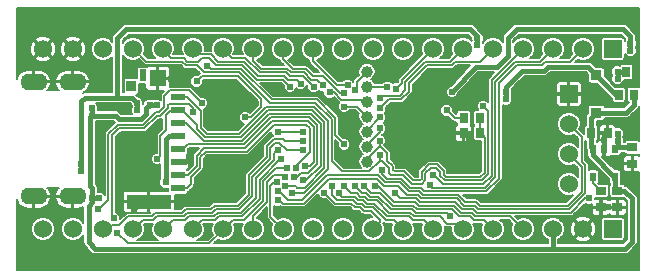
<source format=gbr>
G04 #@! TF.FileFunction,Copper,L2,Bot,Signal*
%FSLAX46Y46*%
G04 Gerber Fmt 4.6, Leading zero omitted, Abs format (unit mm)*
G04 Created by KiCad (PCBNEW 4.0.7-e2-6376~58~ubuntu16.04.1) date Sun Feb  4 19:42:12 2018*
%MOMM*%
%LPD*%
G01*
G04 APERTURE LIST*
%ADD10C,0.100000*%
%ADD11R,0.949960X0.899160*%
%ADD12C,0.609600*%
%ADD13C,0.998220*%
%ADD14R,0.550000X0.800000*%
%ADD15R,0.700000X0.900000*%
%ADD16R,1.524000X1.524000*%
%ADD17C,1.524000*%
%ADD18C,1.000000*%
%ADD19R,0.889000X0.762000*%
%ADD20R,0.762000X0.889000*%
%ADD21R,1.250000X0.600000*%
%ADD22R,3.750000X1.200000*%
%ADD23R,1.400000X1.450000*%
%ADD24R,0.600000X1.000000*%
%ADD25R,0.850000X0.950000*%
%ADD26O,2.300000X1.400000*%
%ADD27C,0.152400*%
%ADD28C,0.457200*%
%ADD29C,0.457100*%
G04 APERTURE END LIST*
D10*
D11*
X49403000Y13665200D03*
X49403000Y16814800D03*
D12*
X50076100Y11328400D03*
X51155600Y9347200D03*
X50393600Y5689600D03*
X37388800Y17068800D03*
X32359600Y16611600D03*
X21691600Y15798800D03*
D13*
X29972000Y13335000D03*
D12*
X11379200Y9906000D03*
D14*
X49088000Y10623400D03*
X50038000Y10623400D03*
X50988000Y10623400D03*
X50988000Y8223400D03*
X49088000Y8223400D03*
D15*
X51943000Y17079000D03*
X51293000Y15179000D03*
X52593000Y15179000D03*
D12*
X13360400Y16510000D03*
X18237200Y7924800D03*
X36829900Y19061600D03*
D16*
X47066200Y15240000D03*
D17*
X47066200Y12700000D03*
X47066200Y10160000D03*
X47066200Y7620000D03*
D12*
X18542000Y6553200D03*
X34798000Y15849600D03*
X14884400Y9753600D03*
X38608000Y11557000D03*
X41910000Y7620000D03*
X41910000Y8890000D03*
X41910000Y10160000D03*
X43180000Y10160000D03*
X41910000Y12700000D03*
X41910000Y11430000D03*
X28092400Y10160000D03*
X28397200Y13360400D03*
X52070000Y21590000D03*
X49530000Y21590000D03*
X46990000Y21590000D03*
X44450000Y21590000D03*
X41910000Y21590000D03*
X39370000Y21590000D03*
X36830000Y21590000D03*
X34290000Y21590000D03*
X31750000Y21590000D03*
X29210000Y21590000D03*
X26670000Y21590000D03*
X24130000Y21590000D03*
X21590000Y21590000D03*
X19050000Y21590000D03*
X16510000Y21590000D03*
X13970000Y21590000D03*
X11430000Y21590000D03*
X8890000Y21590000D03*
X6350000Y21590000D03*
X3810000Y21590000D03*
X1270000Y21590000D03*
X3810000Y20066000D03*
X6350000Y19050000D03*
X21590000Y19050000D03*
X24130000Y19050000D03*
X26670000Y19050000D03*
X29210000Y19050000D03*
X31750000Y19050000D03*
X44450000Y19050000D03*
X46990000Y19050000D03*
X44450000Y3810000D03*
X39370000Y3810000D03*
X31750000Y3810000D03*
X29210000Y3810000D03*
X26670000Y3810000D03*
X24130000Y3810000D03*
X21590000Y3810000D03*
X16510000Y3810000D03*
X11430000Y3810000D03*
X3810000Y3810000D03*
X52070000Y1270000D03*
X49530000Y1270000D03*
X46990000Y1270000D03*
X44450000Y1270000D03*
X41910000Y1270000D03*
X39370000Y1270000D03*
X36830000Y1270000D03*
X34290000Y1270000D03*
X31750000Y1270000D03*
X29210000Y1270000D03*
X26670000Y1270000D03*
X24130000Y1270000D03*
X21590000Y1270000D03*
X19050000Y1270000D03*
X16510000Y1270000D03*
X13970000Y1270000D03*
X11430000Y1270000D03*
X8890000Y1270000D03*
X6350000Y1270000D03*
X3810000Y1270000D03*
X1270000Y1270000D03*
D18*
X29972000Y15875000D03*
X29972000Y17145000D03*
X29972000Y14605000D03*
X29972000Y12065000D03*
X29972000Y10795000D03*
X29972000Y9525000D03*
D16*
X50800000Y3810000D03*
D17*
X48260000Y3810000D03*
X45720000Y3810000D03*
X43180000Y3810000D03*
X40640000Y3810000D03*
X38100000Y3810000D03*
X35560000Y3810000D03*
X33020000Y3810000D03*
X30480000Y3810000D03*
X27940000Y3810000D03*
X25400000Y3810000D03*
X22860000Y3810000D03*
X20320000Y3810000D03*
X17780000Y3810000D03*
X15240000Y3810000D03*
X12700000Y3810000D03*
X10160000Y3810000D03*
X7620000Y3810000D03*
X5080000Y3810000D03*
X2540000Y3810000D03*
D16*
X50800000Y19050000D03*
D17*
X48260000Y19050000D03*
X45720000Y19050000D03*
X43180000Y19050000D03*
X40640000Y19050000D03*
X38100000Y19050000D03*
X35560000Y19050000D03*
X33020000Y19050000D03*
X30480000Y19050000D03*
X27940000Y19050000D03*
X25400000Y19050000D03*
X22860000Y19050000D03*
X20320000Y19050000D03*
X17780000Y19050000D03*
X15240000Y19050000D03*
X12700000Y19050000D03*
X10160000Y19050000D03*
X7620000Y19050000D03*
X5080000Y19050000D03*
X2540000Y19050000D03*
D19*
X51181000Y7048500D03*
X51181000Y5651500D03*
X52451000Y10731500D03*
X52451000Y9334500D03*
X49784000Y7048500D03*
X49784000Y5651500D03*
D20*
X48958500Y11938000D03*
X50355500Y11938000D03*
D21*
X13970000Y14962500D03*
X13970000Y13862500D03*
X13970000Y12762500D03*
X13970000Y11662500D03*
X13970000Y10562500D03*
X13970000Y9462500D03*
X13970000Y8362500D03*
X13970000Y7262500D03*
D22*
X11490000Y6112500D03*
D23*
X12245000Y16587500D03*
D24*
X10995000Y16812500D03*
D25*
X10020000Y15887500D03*
D12*
X19456400Y9753600D03*
X17526000Y15849600D03*
X7315200Y12649200D03*
X10210800Y5486400D03*
X7569200Y14173200D03*
X7391400Y7924800D03*
D20*
X38163500Y13208000D03*
X39560500Y13208000D03*
X39560500Y11938000D03*
X38163500Y11938000D03*
D12*
X13970000Y19050000D03*
X11430000Y19050000D03*
D26*
X1750060Y16278860D03*
X1750060Y6581140D03*
X5049520Y16278860D03*
X5049520Y6581140D03*
D12*
X6705600Y14020800D03*
X7315200Y6400800D03*
X12192000Y14325600D03*
X11582400Y14325600D03*
X6705600Y13411200D03*
X6718300Y6426200D03*
X52273200Y18897600D03*
X52273100Y19518800D03*
X37185500Y15404000D03*
X35306000Y7569200D03*
X35585400Y8407400D03*
X10515600Y13868400D03*
X5791200Y8686800D03*
X39319200Y19964400D03*
X39319200Y19354800D03*
X36728400Y13868400D03*
X5791200Y9296400D03*
X10515600Y14478000D03*
X41757600Y15393200D03*
X41757600Y14783600D03*
X39801800Y14224000D03*
X31089600Y10058400D03*
X12928600Y7772400D03*
X31242000Y8839200D03*
X31089600Y14020800D03*
X31089600Y14935200D03*
X32461200Y15697200D03*
X28346400Y16002000D03*
X27990800Y15316200D03*
X26212800Y15976600D03*
X25450800Y15849600D03*
X24358600Y16129000D03*
X23469600Y15849600D03*
X30632400Y7467600D03*
X29718000Y7467600D03*
X28041600Y7467600D03*
X27584400Y6858000D03*
X26974800Y7467600D03*
X26365200Y6858000D03*
X22352000Y7772400D03*
X23012400Y8229600D03*
X23164800Y8991600D03*
X8839100Y3491400D03*
X19659600Y13258800D03*
X15544800Y16307600D03*
X22707600Y9753600D03*
X22402800Y10515600D03*
X24536400Y10515600D03*
X24536400Y11277600D03*
X8534300Y4710600D03*
X15240000Y13716000D03*
X7175500Y5486400D03*
X16002000Y14478000D03*
X22402800Y6248400D03*
X22402800Y7010400D03*
X23926800Y8991600D03*
X24688800Y9144000D03*
X23774400Y8229600D03*
X24536400Y7924800D03*
X23063200Y7467600D03*
X12192000Y9753600D03*
X23622000Y6858000D03*
X31089600Y11277600D03*
X31089600Y12344400D03*
X31089600Y13258800D03*
X26822400Y15392400D03*
X31699200Y15849600D03*
X28956000Y15544800D03*
X24536400Y12039600D03*
X22402800Y12039600D03*
X37033200Y4876800D03*
X28956000Y7467600D03*
X16459200Y17627600D03*
X28041500Y10984400D03*
X51206300Y16521600D03*
X51206300Y11898800D03*
X51206300Y11289200D03*
X51206300Y17131200D03*
X32308800Y6858000D03*
X48768000Y6400800D03*
X28041500Y14184800D03*
D27*
X38163500Y11938000D02*
X38227000Y11938000D01*
X38227000Y11938000D02*
X38608000Y11557000D01*
D28*
X13970000Y9462500D02*
X14593300Y9462500D01*
X14593300Y9462500D02*
X14884400Y9753600D01*
X50076100Y11328400D02*
X50076100Y11658600D01*
X50076100Y11658600D02*
X50355500Y11938000D01*
X50076100Y11328400D02*
X50076100Y10661500D01*
X50076100Y10661500D02*
X50038000Y10623400D01*
D29*
X11490000Y6112500D02*
X10836900Y6112500D01*
X10836900Y6112500D02*
X10210800Y5486400D01*
D28*
X6705600Y13411200D02*
X6705600Y14020800D01*
X6705600Y13411200D02*
X8686800Y13411200D01*
X11277600Y14020800D02*
X11582400Y14325600D01*
X11277600Y13563600D02*
X11277600Y14020800D01*
X10820400Y13106400D02*
X11277600Y13563600D01*
X8991600Y13106400D02*
X10820400Y13106400D01*
X8686800Y13411200D02*
X8991600Y13106400D01*
X6718300Y6400800D02*
X7315200Y6400800D01*
X49403000Y13665200D02*
X51917600Y13665200D01*
X52593000Y14340600D02*
X52593000Y15179000D01*
X51917600Y13665200D02*
X52593000Y14340600D01*
X11582400Y14325600D02*
X12192000Y14325600D01*
X48958500Y11938000D02*
X48958500Y13220700D01*
X48958500Y13220700D02*
X49403000Y13665200D01*
X48958500Y11938000D02*
X48958500Y10752900D01*
X48958500Y10752900D02*
X49088000Y10623400D01*
X49088000Y10623400D02*
X49088000Y10058300D01*
X49088000Y10058300D02*
X50922900Y8223400D01*
X50922900Y8223400D02*
X50988000Y8223400D01*
X50988000Y8223400D02*
X50922900Y8223400D01*
X50988000Y8223400D02*
X50988000Y7241500D01*
X50988000Y7241500D02*
X51181000Y7048500D01*
X51181000Y7048500D02*
X51778700Y7048500D01*
X52425200Y6402000D02*
X52425200Y2743600D01*
X51778700Y7048500D02*
X52425200Y6402000D01*
X51816000Y2134400D02*
X45720000Y2134400D01*
X52425200Y2743600D02*
X51816000Y2134400D01*
X45720000Y3810000D02*
X45720000Y2134400D01*
X45720000Y2134400D02*
X45719200Y2133600D01*
X6972300Y2133600D02*
X6413500Y2692400D01*
X6413500Y5803900D02*
X6413500Y2692400D01*
X6413500Y5803900D02*
X6718300Y6108700D01*
X6718300Y6108700D02*
X6718300Y6400800D01*
X45719200Y2133600D02*
X6972300Y2133600D01*
X6718300Y6426200D02*
X6718300Y7302500D01*
X6553200Y13258800D02*
X6705600Y13411200D01*
X6553200Y7467600D02*
X6553200Y13258800D01*
X6718300Y7302500D02*
X6553200Y7467600D01*
X52273100Y19518800D02*
X52273100Y18897700D01*
X52273100Y18897700D02*
X52273200Y18897600D01*
D29*
X42671900Y20727100D02*
X51674400Y20727100D01*
X52273100Y20128400D02*
X52273100Y19518800D01*
X51674400Y20727100D02*
X52273100Y20128400D01*
X37185500Y15404000D02*
X37196952Y15404000D01*
X41910000Y19965200D02*
X41910000Y18441200D01*
X42671900Y20727100D02*
X41910000Y19965200D01*
X41910000Y18441200D02*
X40994948Y17526148D01*
X39166700Y17526148D02*
X40994948Y17526148D01*
X37196952Y15404000D02*
X39166700Y17526148D01*
D27*
X40843198Y8203454D02*
X40843198Y16296832D01*
X45709162Y19050000D02*
X44642366Y17983204D01*
X35306000Y7518418D02*
X35306000Y7569200D01*
X39954962Y7315218D02*
X40843198Y8203454D01*
X35509200Y7315218D02*
X39954962Y7315218D01*
X35306000Y7518418D02*
X35509200Y7315218D01*
X42529570Y17983204D02*
X44642366Y17983204D01*
X40843198Y16296832D02*
X42529570Y17983204D01*
X45709162Y19050000D02*
X45720000Y19050000D01*
X35585400Y8407400D02*
X35636220Y8407400D01*
X40538396Y16423086D02*
X43165310Y19050000D01*
X39828708Y7620020D02*
X40538396Y8329708D01*
X40538396Y8329708D02*
X40538396Y16423086D01*
X36423600Y7620020D02*
X39828708Y7620020D01*
X35636220Y8407400D02*
X36423600Y7620020D01*
X43165310Y19050000D02*
X43180000Y19050000D01*
D28*
X10515600Y14478000D02*
X10515600Y13868400D01*
X5791200Y8686800D02*
X5791200Y9296400D01*
X38709600Y20726800D02*
X38709600Y20726400D01*
X39319200Y20116800D02*
X39319200Y19964400D01*
X38709600Y20726400D02*
X39319200Y20116800D01*
X39319200Y19964400D02*
X39319200Y19354800D01*
X38709600Y20726800D02*
X9601200Y20726800D01*
X8839200Y14935200D02*
X8839200Y19964400D01*
X9601200Y20726400D02*
X8839200Y19964400D01*
X9601200Y20726800D02*
X9601200Y20726400D01*
D27*
X38163500Y13208000D02*
X37388800Y13208000D01*
X37388800Y13208000D02*
X36728400Y13868400D01*
D28*
X5791200Y14630400D02*
X5791200Y9296400D01*
X6096000Y14935200D02*
X8839200Y14935200D01*
X6096000Y14935200D02*
X5791200Y14630400D01*
X8839200Y14935200D02*
X10058400Y14935200D01*
X10515600Y14478000D02*
X10058400Y14935200D01*
X41757600Y15849600D02*
X43129200Y17221200D01*
X45262948Y17526148D02*
X44958000Y17221200D01*
X48691652Y17526148D02*
X49403000Y16814800D01*
X48691652Y17526148D02*
X45262948Y17526148D01*
X43129200Y17221200D02*
X44958000Y17221200D01*
X41757600Y14783600D02*
X41757600Y15849600D01*
X51293000Y15179000D02*
X51038800Y15179000D01*
X51038800Y15179000D02*
X49403000Y16814800D01*
D27*
X33754362Y7620020D02*
X34594820Y7620020D01*
X31242000Y9601200D02*
X31851600Y8991600D01*
X31851600Y8991600D02*
X31851600Y8534406D01*
X31851600Y8534406D02*
X32004000Y8382006D01*
X32004000Y8382006D02*
X32992376Y8382006D01*
X32992376Y8382006D02*
X33754362Y7620020D01*
X31242000Y9601200D02*
X31089600Y9601200D01*
X40233594Y13792206D02*
X39801800Y14224000D01*
X40233594Y8455962D02*
X40233594Y13792206D01*
X39702454Y7924822D02*
X40233594Y8455962D01*
X36549854Y7924822D02*
X39702454Y7924822D01*
X36181938Y8292738D02*
X36549854Y7924822D01*
X36181938Y8623662D02*
X36181938Y8292738D01*
X35814000Y8991600D02*
X36181938Y8623662D01*
X35356800Y8991600D02*
X35814000Y8991600D01*
X34899600Y8534400D02*
X35356800Y8991600D01*
X34899600Y7924800D02*
X34899600Y8534400D01*
X34594820Y7620020D02*
X34899600Y7924800D01*
X21767044Y14478012D02*
X25598724Y14478012D01*
X25598724Y14478012D02*
X26974812Y13101924D01*
X26974812Y13101924D02*
X26974812Y9601140D01*
X26974812Y9601140D02*
X27889200Y8686752D01*
X27889200Y8686752D02*
X30175152Y8686752D01*
X30175152Y8686752D02*
X31089600Y9601200D01*
X31089600Y9601200D02*
X31089600Y10058400D01*
X15544800Y17678400D02*
X14630400Y17678400D01*
X19176254Y17068802D02*
X16154398Y17068802D01*
X16154398Y17068802D02*
X15544800Y17678400D01*
X21767044Y14478012D02*
X19176254Y17068802D01*
X10210800Y19050000D02*
X10160000Y19050000D01*
X11277600Y17983200D02*
X10210800Y19050000D01*
X14325600Y17983200D02*
X11277600Y17983200D01*
X14630400Y17678400D02*
X14325600Y17983200D01*
D28*
X12928600Y11404600D02*
X13186500Y11662500D01*
X13970000Y11662500D02*
X13186500Y11662500D01*
X12928600Y7772400D02*
X12928600Y11404600D01*
D27*
X41148000Y8077200D02*
X41148000Y16170578D01*
X44768620Y17678402D02*
X45073568Y17983350D01*
X45073568Y17983350D02*
X47193350Y17983350D01*
X31242000Y8839200D02*
X31242000Y8482112D01*
X47193350Y17983350D02*
X48260000Y19050000D01*
X40081216Y7010416D02*
X41148000Y8077200D01*
X34842832Y7010416D02*
X40081216Y7010416D01*
X34538030Y7315218D02*
X34842832Y7010416D01*
X33628108Y7315218D02*
X34538030Y7315218D01*
X32866122Y8077204D02*
X33628108Y7315218D01*
X31646908Y8077204D02*
X32866122Y8077204D01*
X31242000Y8482112D02*
X31646908Y8077204D01*
X42655824Y17678402D02*
X44768620Y17678402D01*
X41148000Y16170578D02*
X42655824Y17678402D01*
X31089600Y14020800D02*
X31089602Y14020800D01*
X39573300Y17983300D02*
X40640000Y19050000D01*
X37464356Y17983300D02*
X39573300Y17983300D01*
X37159454Y17678398D02*
X37464356Y17983300D01*
X35050510Y17678398D02*
X37159454Y17678398D01*
X33528004Y16155892D02*
X35050510Y17678398D01*
X33528004Y15418548D02*
X33528004Y16155892D01*
X32892254Y14782798D02*
X33528004Y15418548D01*
X31851600Y14782798D02*
X32892254Y14782798D01*
X31089602Y14020800D02*
X31851600Y14782798D01*
X38100000Y19050000D02*
X37033200Y17983200D01*
X31242000Y15087600D02*
X31089600Y14935200D01*
X32766000Y15087600D02*
X31242000Y15087600D01*
X33223202Y15544802D02*
X32766000Y15087600D01*
X33223202Y16282146D02*
X33223202Y15544802D01*
X34924256Y17983200D02*
X33223202Y16282146D01*
X37033200Y17983200D02*
X34924256Y17983200D01*
X32461200Y15697200D02*
X32918400Y16154400D01*
X32918400Y16408400D02*
X35560000Y19050000D01*
X32918400Y16154400D02*
X32918400Y16408400D01*
X27405856Y16002000D02*
X28346400Y16002000D01*
X25400000Y18007856D02*
X27405856Y16002000D01*
X25400000Y19050000D02*
X25400000Y18007856D01*
X27990800Y15316200D02*
X27660600Y15316200D01*
X26212798Y16764002D02*
X25398510Y16764002D01*
X25398510Y16764002D02*
X24788906Y17373606D01*
X22860000Y19050000D02*
X22860000Y18183424D01*
X23669818Y17373606D02*
X24788906Y17373606D01*
X22860000Y18183424D02*
X23669818Y17373606D01*
X27660600Y15316200D02*
X26212798Y16764002D01*
X20320000Y19050000D02*
X20320000Y18080336D01*
X25730200Y16459200D02*
X26212800Y15976600D01*
X25272256Y16459200D02*
X25730200Y16459200D01*
X24662652Y17068804D02*
X25272256Y16459200D01*
X23543564Y17068804D02*
X24662652Y17068804D01*
X23238762Y17373606D02*
X23543564Y17068804D01*
X21026730Y17373606D02*
X23238762Y17373606D01*
X20320000Y18080336D02*
X21026730Y17373606D01*
X23112508Y17068804D02*
X20900476Y17068804D01*
X24536398Y16764002D02*
X25450800Y15849600D01*
X23417310Y16764002D02*
X24536398Y16764002D01*
X23112508Y17068804D02*
X23417310Y16764002D01*
X18541990Y18288010D02*
X17780000Y19050000D01*
X19681270Y18288010D02*
X18541990Y18288010D01*
X20900476Y17068804D02*
X19681270Y18288010D01*
X19555016Y17983208D02*
X17347454Y17983208D01*
X17347454Y17983208D02*
X16737860Y18592802D01*
X16737860Y18592802D02*
X15697198Y18592802D01*
X15697198Y18592802D02*
X15240000Y19050000D01*
X19555016Y17983208D02*
X20774222Y16764002D01*
X20774222Y16764002D02*
X22986254Y16764002D01*
X22986254Y16764002D02*
X23291056Y16459200D01*
X23291056Y16459200D02*
X24028400Y16459200D01*
X24028400Y16459200D02*
X24358600Y16129000D01*
X12700000Y19050000D02*
X12700000Y18999202D01*
X12700000Y18999202D02*
X13411200Y18288002D01*
X13411200Y18288002D02*
X14451854Y18288002D01*
X14451854Y18288002D02*
X14756654Y17983202D01*
X14756654Y17983202D02*
X15697202Y17983202D01*
X15697202Y17983202D02*
X16002000Y18288000D01*
X16002000Y18288000D02*
X16611606Y18288000D01*
X16611606Y18288000D02*
X17221200Y17678406D01*
X17221200Y17678406D02*
X19428762Y17678406D01*
X19428762Y17678406D02*
X20647968Y16459200D01*
X20647968Y16459200D02*
X22860000Y16459200D01*
X22860000Y16459200D02*
X23469600Y15849600D01*
X39140654Y4876802D02*
X42113198Y4876802D01*
X30632400Y7467600D02*
X30911056Y7467600D01*
X38835854Y5181602D02*
X39140654Y4876802D01*
X37921454Y5181602D02*
X38835854Y5181602D01*
X37311848Y5791208D02*
X37921454Y5181602D01*
X34337816Y5791208D02*
X37311848Y5791208D01*
X34033014Y6096010D02*
X34337816Y5791208D01*
X32282646Y6096010D02*
X34033014Y6096010D01*
X30911056Y7467600D02*
X32282646Y6096010D01*
X42113198Y4876802D02*
X43180000Y3810000D01*
X29718000Y7467600D02*
X29739680Y7467600D01*
X39878000Y4572000D02*
X40640000Y3810000D01*
X39014400Y4572000D02*
X39878000Y4572000D01*
X38709600Y4876800D02*
X39014400Y4572000D01*
X37795200Y4876800D02*
X38709600Y4876800D01*
X37185594Y5486406D02*
X37795200Y4876800D01*
X34211562Y5486406D02*
X37185594Y5486406D01*
X33906760Y5791208D02*
X34211562Y5486406D01*
X32156392Y5791208D02*
X33906760Y5791208D01*
X31089590Y6858010D02*
X32156392Y5791208D01*
X30349270Y6858010D02*
X31089590Y6858010D01*
X29739680Y7467600D02*
X30349270Y6858010D01*
X28041600Y7467600D02*
X28041606Y7467600D01*
X36728400Y4267200D02*
X37642800Y4267200D01*
X36118798Y4876802D02*
X36728400Y4267200D01*
X33959054Y4876802D02*
X36118798Y4876802D01*
X33654252Y5181604D02*
X33959054Y4876802D01*
X31851596Y5181604D02*
X33654252Y5181604D01*
X30784794Y6248406D02*
X31851596Y5181604D01*
X30096762Y6248406D02*
X30784794Y6248406D01*
X29791962Y6553206D02*
X30096762Y6248406D01*
X29413194Y6553206D02*
X29791962Y6553206D01*
X29108394Y6858006D02*
X29413194Y6553206D01*
X28651200Y6858006D02*
X29108394Y6858006D01*
X28041606Y7467600D02*
X28651200Y6858006D01*
X37642800Y4267200D02*
X38100000Y3810000D01*
X27584404Y6858000D02*
X27889200Y6553204D01*
X27889200Y6553204D02*
X28929852Y6553204D01*
X28929852Y6553204D02*
X29234652Y6248404D01*
X29234652Y6248404D02*
X29665708Y6248404D01*
X29665708Y6248404D02*
X29970508Y5943604D01*
X29970508Y5943604D02*
X30606252Y5943604D01*
X30606252Y5943604D02*
X31673054Y4876802D01*
X31673054Y4876802D02*
X33527998Y4876802D01*
X33527998Y4876802D02*
X33832800Y4572000D01*
X33832800Y4572000D02*
X34798000Y4572000D01*
X34798000Y4572000D02*
X35560000Y3810000D01*
X27584400Y6858000D02*
X27584404Y6858000D01*
X26974800Y7467600D02*
X26974800Y6679456D01*
X32258000Y4572000D02*
X33020000Y3810000D01*
X31546800Y4572000D02*
X32258000Y4572000D01*
X30479998Y5638802D02*
X31546800Y4572000D01*
X29844254Y5638802D02*
X30479998Y5638802D01*
X29539454Y5943602D02*
X29844254Y5638802D01*
X29108398Y5943602D02*
X29539454Y5943602D01*
X28803598Y6248402D02*
X29108398Y5943602D01*
X27405854Y6248402D02*
X28803598Y6248402D01*
X26974800Y6679456D02*
X27405854Y6248402D01*
X30480000Y3810000D02*
X31089600Y4419600D01*
X27279600Y5943600D02*
X26365200Y6858000D01*
X28651200Y5943600D02*
X27279600Y5943600D01*
X28956000Y5638800D02*
X28651200Y5943600D01*
X29413200Y5638800D02*
X28956000Y5638800D01*
X29718000Y5334000D02*
X29413200Y5638800D01*
X30327600Y5334000D02*
X29718000Y5334000D01*
X31089600Y4572000D02*
X30327600Y5334000D01*
X31089600Y4419600D02*
X31089600Y4572000D01*
X22352000Y7772400D02*
X22108842Y7772400D01*
X21804042Y4865958D02*
X22860000Y3810000D01*
X21804042Y7467600D02*
X21804042Y4865958D01*
X22108842Y7772400D02*
X21804042Y7467600D01*
X21499240Y7761560D02*
X21499240Y6085160D01*
X20320000Y4905920D02*
X20320000Y3810000D01*
X21499240Y6085160D02*
X20320000Y4905920D01*
X22119680Y8382000D02*
X22860000Y8382000D01*
X21499240Y7761560D02*
X22119680Y8382000D01*
X22860000Y8382000D02*
X23012400Y8229600D01*
X23164800Y8991600D02*
X22298224Y8991600D01*
X18592800Y4571992D02*
X19555016Y4571992D01*
X18592800Y4571992D02*
X17830808Y3810000D01*
X21183598Y6200574D02*
X19555016Y4571992D01*
X21183598Y7876974D02*
X21183598Y6200574D01*
X22298224Y8991600D02*
X21183598Y7876974D01*
X17780000Y3810000D02*
X17830808Y3810000D01*
X17780000Y3759202D02*
X16611600Y2590802D01*
X9739698Y2590802D02*
X8839100Y3491400D01*
X16611600Y2590802D02*
X9739698Y2590802D01*
X19659600Y13258800D02*
X20121264Y13258800D01*
X16001200Y16764000D02*
X15544800Y16307600D01*
X19050000Y16764000D02*
X16001200Y16764000D01*
X21031200Y14782800D02*
X19050000Y16764000D01*
X21031200Y14168736D02*
X21031200Y14782800D01*
X20121264Y13258800D02*
X21031200Y14168736D01*
X22707600Y9753600D02*
X22629168Y9753600D01*
X22629168Y9753600D02*
X20878796Y8003228D01*
X17447562Y4876794D02*
X19428762Y4876794D01*
X17142762Y4571994D02*
X17447562Y4876794D01*
X16002000Y4571994D02*
X17142762Y4571994D01*
X15240006Y3810000D02*
X16002000Y4571994D01*
X20878796Y6326828D02*
X19428762Y4876794D01*
X20878796Y8003228D02*
X20878796Y6326828D01*
X15240000Y3810000D02*
X15240006Y3810000D01*
X22098004Y10210804D02*
X22098004Y9653492D01*
X22098004Y10210804D02*
X22402800Y10515600D01*
X12801604Y3810000D02*
X13563600Y4571996D01*
X13563600Y4571996D02*
X14578108Y4571996D01*
X14578108Y4571996D02*
X14882908Y4876796D01*
X14882908Y4876796D02*
X17016508Y4876796D01*
X17016508Y4876796D02*
X17321308Y5181596D01*
X17321308Y5181596D02*
X19302508Y5181596D01*
X20573994Y6453082D02*
X19302508Y5181596D01*
X20573994Y8129482D02*
X20573994Y6453082D01*
X22098004Y9653492D02*
X20573994Y8129482D01*
X12700000Y3810000D02*
X12801604Y3810000D01*
X21793202Y10694146D02*
X21793202Y9779746D01*
X21793202Y10694146D02*
X22224254Y11125198D01*
X22224254Y11125198D02*
X22555202Y11125198D01*
X22555202Y11125198D02*
X23164800Y10515600D01*
X23164800Y10515600D02*
X24536400Y10515600D01*
X10972800Y4571998D02*
X10210802Y3810000D01*
X10972800Y4571998D02*
X11861054Y4571998D01*
X11861054Y4571998D02*
X12165854Y4876798D01*
X12165854Y4876798D02*
X14451854Y4876798D01*
X14451854Y4876798D02*
X14756654Y5181598D01*
X14756654Y5181598D02*
X16890254Y5181598D01*
X16890254Y5181598D02*
X17195054Y5486398D01*
X17195054Y5486398D02*
X19176254Y5486398D01*
X20269192Y6579336D02*
X19176254Y5486398D01*
X20269192Y8255736D02*
X20269192Y6579336D01*
X21793202Y9779746D02*
X20269192Y8255736D01*
X10160000Y3810000D02*
X10210802Y3810000D01*
X21488400Y10820400D02*
X21488400Y9906000D01*
X22098000Y11430000D02*
X22860000Y11430000D01*
X22860000Y11430000D02*
X23012400Y11277600D01*
X23012400Y11277600D02*
X24536400Y11277600D01*
X8077200Y3810000D02*
X8382000Y4114800D01*
X8382000Y4114800D02*
X8991600Y4114800D01*
X8991600Y4114800D02*
X9753600Y4876800D01*
X9753600Y4876800D02*
X11734800Y4876800D01*
X11734800Y4876800D02*
X12039600Y5181600D01*
X12039600Y5181600D02*
X14325600Y5181600D01*
X14325600Y5181600D02*
X14630400Y5486400D01*
X14630400Y5486400D02*
X16764000Y5486400D01*
X16764000Y5486400D02*
X17068800Y5791200D01*
X17068800Y5791200D02*
X19050000Y5791200D01*
X21488400Y10820400D02*
X22098000Y11430000D01*
X19964390Y6705590D02*
X19050000Y5791200D01*
X19964390Y8381990D02*
X19964390Y6705590D01*
X21488400Y9906000D02*
X19964390Y8381990D01*
X7620000Y3810000D02*
X8077200Y3810000D01*
X8991596Y12344396D02*
X8382000Y11734800D01*
X11136034Y12344396D02*
X8991596Y12344396D01*
X12202836Y13411198D02*
X11136034Y12344396D01*
X13106402Y14046946D02*
X12470654Y13411198D01*
X15240000Y13716000D02*
X15240000Y14047016D01*
X15240000Y14047016D02*
X14885216Y14401800D01*
X13182602Y14401800D02*
X13106402Y14325600D01*
X14885216Y14401800D02*
X13182602Y14401800D01*
X8382000Y11734800D02*
X8382000Y4862900D01*
X12470654Y13411198D02*
X12202836Y13411198D01*
X13106402Y14325600D02*
X13106402Y14046946D01*
X8382000Y4862900D02*
X8534300Y4710600D01*
X7315198Y5486400D02*
X8077198Y6248400D01*
X7175500Y5486400D02*
X7315198Y5486400D01*
X8077198Y6248400D02*
X8077198Y11861054D01*
X11009780Y12649198D02*
X8865342Y12649198D01*
X12076582Y13716000D02*
X11009780Y12649198D01*
X12801600Y15087600D02*
X12801600Y14173200D01*
X13258800Y15544800D02*
X12801600Y15087600D01*
X8865342Y12649198D02*
X8077198Y11861054D01*
X14935200Y15544800D02*
X13258800Y15544800D01*
X12801600Y14173200D02*
X12344400Y13716000D01*
X12344400Y13716000D02*
X12076582Y13716000D01*
X16002000Y14478000D02*
X14935200Y15544800D01*
X48463200Y6858000D02*
X48463200Y9194056D01*
X30784852Y8077148D02*
X31394400Y7467600D01*
X31394400Y7467600D02*
X32613614Y7467600D01*
X32613614Y7467600D02*
X33375600Y6705614D01*
X33375600Y6705614D02*
X34285522Y6705614D01*
X34285522Y6705614D02*
X34590324Y6400812D01*
X34590324Y6400812D02*
X37564356Y6400812D01*
X37564356Y6400812D02*
X38173962Y5791206D01*
X38173962Y5791206D02*
X39088362Y5791206D01*
X39088362Y5791206D02*
X39393162Y5486406D01*
X39393162Y5486406D02*
X47091606Y5486406D01*
X22402800Y6248400D02*
X22555200Y6248400D01*
X24610368Y5943600D02*
X26743916Y8077148D01*
X22860000Y5943600D02*
X24610368Y5943600D01*
X22555200Y6248400D02*
X22860000Y5943600D01*
X26743916Y8077148D02*
X30784852Y8077148D01*
X47091606Y5486406D02*
X48463200Y6858000D01*
X48158400Y11607800D02*
X47066200Y12700000D01*
X48158400Y9498856D02*
X48158400Y11607800D01*
X48463200Y9194056D02*
X48158400Y9498856D01*
X48158398Y6984254D02*
X48158398Y9067802D01*
X30911106Y8381950D02*
X31520654Y7772402D01*
X31520654Y7772402D02*
X32739868Y7772402D01*
X32739868Y7772402D02*
X33501854Y7010416D01*
X33501854Y7010416D02*
X34411776Y7010416D01*
X34411776Y7010416D02*
X34716578Y6705614D01*
X34716578Y6705614D02*
X37690610Y6705614D01*
X37690610Y6705614D02*
X38300216Y6096008D01*
X38300216Y6096008D02*
X39214616Y6096008D01*
X39214616Y6096008D02*
X39519416Y5791208D01*
X39519416Y5791208D02*
X46965352Y5791208D01*
X46965352Y5791208D02*
X48158398Y6984254D01*
X22402800Y7010400D02*
X22555202Y7010400D01*
X24484114Y6248402D02*
X26617662Y8381950D01*
X23317200Y6248402D02*
X24484114Y6248402D01*
X22555202Y7010400D02*
X23317200Y6248402D01*
X26617662Y8381950D02*
X30911106Y8381950D01*
X48158398Y9067802D02*
X47066200Y10160000D01*
X23926800Y8991600D02*
X23926800Y9144000D01*
X14730100Y7262500D02*
X15087600Y7620000D01*
X15087600Y7620000D02*
X15087600Y8229600D01*
X15087600Y8229600D02*
X15849600Y8991600D01*
X15849600Y8991600D02*
X15849600Y9906000D01*
X15849600Y9906000D02*
X16306800Y10363200D01*
X16306800Y10363200D02*
X19812000Y10363200D01*
X19812000Y10363200D02*
X22098000Y12649200D01*
X22098000Y12649200D02*
X24841200Y12649200D01*
X24841200Y12649200D02*
X25146000Y12344400D01*
X25146000Y12344400D02*
X25146000Y10363200D01*
X14730100Y7262500D02*
X13970000Y7262500D01*
X23926800Y9144000D02*
X25146000Y10363200D01*
X13970000Y8362500D02*
X14789444Y8362500D01*
X21971746Y12954002D02*
X24967454Y12954002D01*
X24967454Y12954002D02*
X25450802Y12470654D01*
X25450802Y12470654D02*
X25450802Y9448802D01*
X25450802Y9448802D02*
X25146000Y9144000D01*
X25146000Y9144000D02*
X24688800Y9144000D01*
X19685746Y10668002D02*
X21971746Y12954002D01*
X16180546Y10668002D02*
X19685746Y10668002D01*
X15544798Y10032254D02*
X16180546Y10668002D01*
X15544798Y9117854D02*
X15544798Y10032254D01*
X14789444Y8362500D02*
X15544798Y9117854D01*
X13970000Y10562500D02*
X14372500Y10562500D01*
X14372500Y10562500D02*
X14782804Y10972804D01*
X14782804Y10972804D02*
X19559492Y10972804D01*
X19559492Y10972804D02*
X21845492Y13258804D01*
X21845492Y13258804D02*
X25093708Y13258804D01*
X25093708Y13258804D02*
X25755604Y12596908D01*
X25755604Y12596908D02*
X25755604Y9296404D01*
X25755604Y9296404D02*
X24993600Y8534400D01*
X24993600Y8534400D02*
X24384000Y8534400D01*
X24384000Y8534400D02*
X24079200Y8229600D01*
X24079200Y8229600D02*
X23774400Y8229600D01*
X13970000Y12762500D02*
X14669506Y12762500D01*
X24841200Y7924800D02*
X24536400Y7924800D01*
X26060406Y9144006D02*
X24841200Y7924800D01*
X26060406Y12723162D02*
X26060406Y9144006D01*
X25219962Y13563606D02*
X26060406Y12723162D01*
X21719238Y13563606D02*
X25219962Y13563606D01*
X19433238Y11277606D02*
X21719238Y13563606D01*
X16154400Y11277606D02*
X19433238Y11277606D01*
X14669506Y12762500D02*
X16154400Y11277606D01*
X12471398Y10032998D02*
X12192000Y9753600D01*
X13970000Y13862500D02*
X13353012Y13862500D01*
X13353012Y13862500D02*
X12954000Y13463488D01*
X12954000Y13463488D02*
X12954000Y12192000D01*
X12471398Y11709398D02*
X12471398Y10032998D01*
X12954000Y12192000D02*
X12471398Y11709398D01*
X21592984Y13868408D02*
X25346216Y13868408D01*
X15607931Y12586069D02*
X15607931Y12255131D01*
X15607931Y12255131D02*
X16280654Y11582408D01*
X16280654Y11582408D02*
X19306984Y11582408D01*
X19306984Y11582408D02*
X21592984Y13868408D01*
X15607931Y12586069D02*
X14331500Y13862500D01*
X23926800Y7467600D02*
X23063200Y7467600D01*
X24079200Y7315200D02*
X23926800Y7467600D01*
X24688800Y7315200D02*
X24079200Y7315200D01*
X26365208Y8991608D02*
X24688800Y7315200D01*
X26365208Y12849416D02*
X26365208Y8991608D01*
X25346216Y13868408D02*
X26365208Y12849416D01*
X13970000Y13862500D02*
X14331500Y13862500D01*
X13970000Y14962500D02*
X14755572Y14962500D01*
X24662656Y6858000D02*
X23622000Y6858000D01*
X26670010Y8865354D02*
X24662656Y6858000D01*
X26670010Y12975670D02*
X26670010Y8865354D01*
X25472470Y14173210D02*
X26670010Y12975670D01*
X21466730Y14173210D02*
X25472470Y14173210D01*
X19180730Y11887210D02*
X21466730Y14173210D01*
X16406908Y11887210D02*
X19180730Y11887210D01*
X15912733Y12381385D02*
X16406908Y11887210D01*
X15912733Y13805339D02*
X15912733Y12381385D01*
X14755572Y14962500D02*
X15912733Y13805339D01*
X31089600Y10820400D02*
X31699200Y10210800D01*
X39928792Y8582216D02*
X39928792Y11569708D01*
X39576200Y8229624D02*
X39928792Y8582216D01*
X36676108Y8229624D02*
X39576200Y8229624D01*
X36486740Y8418992D02*
X36676108Y8229624D01*
X36486740Y8749916D02*
X36486740Y8418992D01*
X35940254Y9296402D02*
X36486740Y8749916D01*
X35230546Y9296402D02*
X35940254Y9296402D01*
X34594798Y8660654D02*
X35230546Y9296402D01*
X34594798Y8051054D02*
X34594798Y8660654D01*
X34468566Y7924822D02*
X34594798Y8051054D01*
X33880616Y7924822D02*
X34468566Y7924822D01*
X33118630Y8686808D02*
X33880616Y7924822D01*
X32308792Y8686808D02*
X33118630Y8686808D01*
X32156402Y8839198D02*
X32308792Y8686808D01*
X32156402Y9117854D02*
X32156402Y8839198D01*
X31699200Y9575056D02*
X32156402Y9117854D01*
X31699200Y10210800D02*
X31699200Y9575056D01*
X39928792Y11569708D02*
X39560500Y11938000D01*
X39560500Y13208000D02*
X39560500Y11938000D01*
X29972000Y9525000D02*
X29972000Y9702800D01*
X29972000Y9702800D02*
X31089600Y10820400D01*
X31089600Y10820400D02*
X31089600Y11277600D01*
X29972000Y10795000D02*
X29972000Y10922000D01*
X29972000Y10922000D02*
X31089600Y12039600D01*
X31089600Y12039600D02*
X31089600Y12344400D01*
X29972000Y12065000D02*
X29972000Y12141200D01*
X29972000Y12141200D02*
X31089600Y13258800D01*
X26822400Y15392400D02*
X27153344Y15392400D01*
X27788344Y14757400D02*
X29819600Y14757400D01*
X27153344Y15392400D02*
X27788344Y14757400D01*
X29819600Y14757400D02*
X29972000Y14605000D01*
X29972000Y15875000D02*
X31673800Y15875000D01*
X31673800Y15875000D02*
X31699200Y15849600D01*
X28956000Y15544800D02*
X28956000Y15697200D01*
X22402800Y12039600D02*
X24536400Y12039600D01*
X29108400Y16281400D02*
X29972000Y17145000D01*
X29108400Y15849600D02*
X29108400Y16281400D01*
X28956000Y15697200D02*
X29108400Y15849600D01*
X28956000Y7467600D02*
X28956000Y7441456D01*
X36728396Y5181604D02*
X37033200Y4876800D01*
X34085308Y5181604D02*
X36728396Y5181604D01*
X33780506Y5486406D02*
X34085308Y5181604D01*
X32003994Y5486406D02*
X33780506Y5486406D01*
X30937192Y6553208D02*
X32003994Y5486406D01*
X30223016Y6553208D02*
X30937192Y6553208D01*
X29918216Y6858008D02*
X30223016Y6553208D01*
X29539448Y6858008D02*
X29918216Y6858008D01*
X28956000Y7441456D02*
X29539448Y6858008D01*
X16459200Y17627600D02*
X16510004Y17627600D01*
X27279614Y11746286D02*
X28041500Y10984400D01*
X27279614Y13228178D02*
X27279614Y11746286D01*
X25724978Y14782814D02*
X27279614Y13228178D01*
X21893298Y14782814D02*
X25724978Y14782814D01*
X19302508Y17373604D02*
X21893298Y14782814D01*
X16764000Y17373604D02*
X19302508Y17373604D01*
X16510004Y17627600D02*
X16764000Y17373604D01*
X49088000Y8223400D02*
X49088000Y7744500D01*
X49088000Y7744500D02*
X49784000Y7048500D01*
D28*
X51206300Y16521600D02*
X51206300Y17131200D01*
X51206300Y11898800D02*
X51206300Y10841700D01*
X51943000Y17079000D02*
X51258500Y17079000D01*
X51258500Y17079000D02*
X51206300Y17131200D01*
X51206300Y10841700D02*
X50988000Y10623400D01*
X52451000Y10731500D02*
X51096100Y10731500D01*
X51096100Y10731500D02*
X50988000Y10623400D01*
D27*
X39266908Y5181604D02*
X47217860Y5181604D01*
X32308800Y6858000D02*
X32308812Y6858000D01*
X38962108Y5486404D02*
X39266908Y5181604D01*
X38047708Y5486404D02*
X38962108Y5486404D01*
X37438102Y6096010D02*
X38047708Y5486404D01*
X34464070Y6096010D02*
X37438102Y6096010D01*
X34159268Y6400812D02*
X34464070Y6096010D01*
X32766000Y6400812D02*
X34159268Y6400812D01*
X32308812Y6858000D02*
X32766000Y6400812D01*
X48437056Y6400800D02*
X48768000Y6400800D01*
X47217860Y5181604D02*
X48437056Y6400800D01*
X28041500Y14184800D02*
X29122200Y14184800D01*
X29122200Y14184800D02*
X29972000Y13335000D01*
G36*
X50088800Y10674200D02*
X50108800Y10674200D01*
X50108800Y10572600D01*
X50088800Y10572600D01*
X50088800Y9975750D01*
X50171350Y9893200D01*
X50378681Y9893200D01*
X50500043Y9943470D01*
X50588421Y10031848D01*
X50622320Y10008685D01*
X50713000Y9990322D01*
X51263000Y9990322D01*
X51347714Y10006262D01*
X51425518Y10056328D01*
X51477715Y10132720D01*
X51496078Y10223400D01*
X51496078Y10274300D01*
X51787760Y10274300D01*
X51789362Y10265786D01*
X51839428Y10187982D01*
X51915820Y10135785D01*
X52006500Y10117422D01*
X52895500Y10117422D01*
X52980214Y10133362D01*
X53036400Y10169517D01*
X53036400Y10014543D01*
X52961181Y10045700D01*
X52584350Y10045700D01*
X52501800Y9963150D01*
X52501800Y9385300D01*
X52521800Y9385300D01*
X52521800Y9283700D01*
X52501800Y9283700D01*
X52501800Y8705850D01*
X52584350Y8623300D01*
X52961181Y8623300D01*
X53036400Y8654457D01*
X53036400Y303600D01*
X303600Y303600D01*
X303600Y3613822D01*
X1549228Y3613822D01*
X1699721Y3249603D01*
X1978138Y2970700D01*
X2342093Y2819572D01*
X2736178Y2819228D01*
X3100397Y2969721D01*
X3379300Y3248138D01*
X3530428Y3612093D01*
X3530772Y4006178D01*
X3380279Y4370397D01*
X3101862Y4649300D01*
X2737907Y4800428D01*
X2343822Y4800772D01*
X1979603Y4650279D01*
X1700700Y4371862D01*
X1549572Y4007907D01*
X1549228Y3613822D01*
X303600Y3613822D01*
X303600Y6326442D01*
X328839Y6233833D01*
X535677Y5888600D01*
X858886Y5648800D01*
X1249260Y5550940D01*
X1699260Y5550940D01*
X1699260Y6530340D01*
X1800860Y6530340D01*
X1800860Y5550940D01*
X2250860Y5550940D01*
X2641234Y5648800D01*
X2964443Y5888600D01*
X3171281Y6233833D01*
X3208392Y6370003D01*
X3591188Y6370003D01*
X3628299Y6233833D01*
X3835137Y5888600D01*
X4158346Y5648800D01*
X4548720Y5550940D01*
X4998720Y5550940D01*
X4998720Y6530340D01*
X3653233Y6530340D01*
X3591188Y6370003D01*
X3208392Y6370003D01*
X3146347Y6530340D01*
X1800860Y6530340D01*
X1699260Y6530340D01*
X1679260Y6530340D01*
X1679260Y6631940D01*
X1699260Y6631940D01*
X1699260Y6651940D01*
X1800860Y6651940D01*
X1800860Y6631940D01*
X3146347Y6631940D01*
X3208392Y6792277D01*
X3171281Y6928447D01*
X2964443Y7273680D01*
X2906864Y7316400D01*
X3892716Y7316400D01*
X3835137Y7273680D01*
X3628299Y6928447D01*
X3591188Y6792277D01*
X3653233Y6631940D01*
X4998720Y6631940D01*
X4998720Y6651940D01*
X5100320Y6651940D01*
X5100320Y6631940D01*
X5120320Y6631940D01*
X5120320Y6530340D01*
X5100320Y6530340D01*
X5100320Y5550940D01*
X5550320Y5550940D01*
X5940694Y5648800D01*
X5956300Y5660379D01*
X5956300Y4283220D01*
X5920279Y4370397D01*
X5641862Y4649300D01*
X5277907Y4800428D01*
X4883822Y4800772D01*
X4519603Y4650279D01*
X4240700Y4371862D01*
X4089572Y4007907D01*
X4089228Y3613822D01*
X4239721Y3249603D01*
X4518138Y2970700D01*
X4882093Y2819572D01*
X5276178Y2819228D01*
X5640397Y2969721D01*
X5919300Y3248138D01*
X5956300Y3337243D01*
X5956300Y2692400D01*
X5991102Y2517437D01*
X6090211Y2369111D01*
X6649011Y1810310D01*
X6797337Y1711202D01*
X6972300Y1676400D01*
X45719200Y1676400D01*
X45723222Y1677200D01*
X51816000Y1677200D01*
X51990963Y1712002D01*
X52139289Y1811111D01*
X52748489Y2420311D01*
X52847598Y2568637D01*
X52882400Y2743600D01*
X52882400Y6402000D01*
X52847598Y6576963D01*
X52748489Y6725289D01*
X52101989Y7371789D01*
X51953663Y7470898D01*
X51846788Y7492156D01*
X51842638Y7514214D01*
X51792572Y7592018D01*
X51716180Y7644215D01*
X51625500Y7662578D01*
X51445200Y7662578D01*
X51445200Y7685133D01*
X51477715Y7732720D01*
X51496078Y7823400D01*
X51496078Y8623400D01*
X51480138Y8708114D01*
X51430072Y8785918D01*
X51353680Y8838115D01*
X51263000Y8856478D01*
X50936401Y8856478D01*
X50591729Y9201150D01*
X51676300Y9201150D01*
X51676300Y8887819D01*
X51726570Y8766457D01*
X51819457Y8673570D01*
X51940819Y8623300D01*
X52317650Y8623300D01*
X52400200Y8705850D01*
X52400200Y9283700D01*
X51758850Y9283700D01*
X51676300Y9201150D01*
X50591729Y9201150D01*
X50011698Y9781181D01*
X51676300Y9781181D01*
X51676300Y9467850D01*
X51758850Y9385300D01*
X52400200Y9385300D01*
X52400200Y9963150D01*
X52317650Y10045700D01*
X51940819Y10045700D01*
X51819457Y9995430D01*
X51726570Y9902543D01*
X51676300Y9781181D01*
X50011698Y9781181D01*
X49899678Y9893200D01*
X49904650Y9893200D01*
X49987200Y9975750D01*
X49987200Y10572600D01*
X49967200Y10572600D01*
X49967200Y10674200D01*
X49987200Y10674200D01*
X49987200Y10694200D01*
X50088800Y10694200D01*
X50088800Y10674200D01*
X50088800Y10674200D01*
G37*
X50088800Y10674200D02*
X50108800Y10674200D01*
X50108800Y10572600D01*
X50088800Y10572600D01*
X50088800Y9975750D01*
X50171350Y9893200D01*
X50378681Y9893200D01*
X50500043Y9943470D01*
X50588421Y10031848D01*
X50622320Y10008685D01*
X50713000Y9990322D01*
X51263000Y9990322D01*
X51347714Y10006262D01*
X51425518Y10056328D01*
X51477715Y10132720D01*
X51496078Y10223400D01*
X51496078Y10274300D01*
X51787760Y10274300D01*
X51789362Y10265786D01*
X51839428Y10187982D01*
X51915820Y10135785D01*
X52006500Y10117422D01*
X52895500Y10117422D01*
X52980214Y10133362D01*
X53036400Y10169517D01*
X53036400Y10014543D01*
X52961181Y10045700D01*
X52584350Y10045700D01*
X52501800Y9963150D01*
X52501800Y9385300D01*
X52521800Y9385300D01*
X52521800Y9283700D01*
X52501800Y9283700D01*
X52501800Y8705850D01*
X52584350Y8623300D01*
X52961181Y8623300D01*
X53036400Y8654457D01*
X53036400Y303600D01*
X303600Y303600D01*
X303600Y3613822D01*
X1549228Y3613822D01*
X1699721Y3249603D01*
X1978138Y2970700D01*
X2342093Y2819572D01*
X2736178Y2819228D01*
X3100397Y2969721D01*
X3379300Y3248138D01*
X3530428Y3612093D01*
X3530772Y4006178D01*
X3380279Y4370397D01*
X3101862Y4649300D01*
X2737907Y4800428D01*
X2343822Y4800772D01*
X1979603Y4650279D01*
X1700700Y4371862D01*
X1549572Y4007907D01*
X1549228Y3613822D01*
X303600Y3613822D01*
X303600Y6326442D01*
X328839Y6233833D01*
X535677Y5888600D01*
X858886Y5648800D01*
X1249260Y5550940D01*
X1699260Y5550940D01*
X1699260Y6530340D01*
X1800860Y6530340D01*
X1800860Y5550940D01*
X2250860Y5550940D01*
X2641234Y5648800D01*
X2964443Y5888600D01*
X3171281Y6233833D01*
X3208392Y6370003D01*
X3591188Y6370003D01*
X3628299Y6233833D01*
X3835137Y5888600D01*
X4158346Y5648800D01*
X4548720Y5550940D01*
X4998720Y5550940D01*
X4998720Y6530340D01*
X3653233Y6530340D01*
X3591188Y6370003D01*
X3208392Y6370003D01*
X3146347Y6530340D01*
X1800860Y6530340D01*
X1699260Y6530340D01*
X1679260Y6530340D01*
X1679260Y6631940D01*
X1699260Y6631940D01*
X1699260Y6651940D01*
X1800860Y6651940D01*
X1800860Y6631940D01*
X3146347Y6631940D01*
X3208392Y6792277D01*
X3171281Y6928447D01*
X2964443Y7273680D01*
X2906864Y7316400D01*
X3892716Y7316400D01*
X3835137Y7273680D01*
X3628299Y6928447D01*
X3591188Y6792277D01*
X3653233Y6631940D01*
X4998720Y6631940D01*
X4998720Y6651940D01*
X5100320Y6651940D01*
X5100320Y6631940D01*
X5120320Y6631940D01*
X5120320Y6530340D01*
X5100320Y6530340D01*
X5100320Y5550940D01*
X5550320Y5550940D01*
X5940694Y5648800D01*
X5956300Y5660379D01*
X5956300Y4283220D01*
X5920279Y4370397D01*
X5641862Y4649300D01*
X5277907Y4800428D01*
X4883822Y4800772D01*
X4519603Y4650279D01*
X4240700Y4371862D01*
X4089572Y4007907D01*
X4089228Y3613822D01*
X4239721Y3249603D01*
X4518138Y2970700D01*
X4882093Y2819572D01*
X5276178Y2819228D01*
X5640397Y2969721D01*
X5919300Y3248138D01*
X5956300Y3337243D01*
X5956300Y2692400D01*
X5991102Y2517437D01*
X6090211Y2369111D01*
X6649011Y1810310D01*
X6797337Y1711202D01*
X6972300Y1676400D01*
X45719200Y1676400D01*
X45723222Y1677200D01*
X51816000Y1677200D01*
X51990963Y1712002D01*
X52139289Y1811111D01*
X52748489Y2420311D01*
X52847598Y2568637D01*
X52882400Y2743600D01*
X52882400Y6402000D01*
X52847598Y6576963D01*
X52748489Y6725289D01*
X52101989Y7371789D01*
X51953663Y7470898D01*
X51846788Y7492156D01*
X51842638Y7514214D01*
X51792572Y7592018D01*
X51716180Y7644215D01*
X51625500Y7662578D01*
X51445200Y7662578D01*
X51445200Y7685133D01*
X51477715Y7732720D01*
X51496078Y7823400D01*
X51496078Y8623400D01*
X51480138Y8708114D01*
X51430072Y8785918D01*
X51353680Y8838115D01*
X51263000Y8856478D01*
X50936401Y8856478D01*
X50591729Y9201150D01*
X51676300Y9201150D01*
X51676300Y8887819D01*
X51726570Y8766457D01*
X51819457Y8673570D01*
X51940819Y8623300D01*
X52317650Y8623300D01*
X52400200Y8705850D01*
X52400200Y9283700D01*
X51758850Y9283700D01*
X51676300Y9201150D01*
X50591729Y9201150D01*
X50011698Y9781181D01*
X51676300Y9781181D01*
X51676300Y9467850D01*
X51758850Y9385300D01*
X52400200Y9385300D01*
X52400200Y9963150D01*
X52317650Y10045700D01*
X51940819Y10045700D01*
X51819457Y9995430D01*
X51726570Y9902543D01*
X51676300Y9781181D01*
X50011698Y9781181D01*
X49899678Y9893200D01*
X49904650Y9893200D01*
X49987200Y9975750D01*
X49987200Y10572600D01*
X49967200Y10572600D01*
X49967200Y10674200D01*
X49987200Y10674200D01*
X49987200Y10694200D01*
X50088800Y10694200D01*
X50088800Y10674200D01*
G36*
X48486820Y11278785D02*
X48501300Y11275853D01*
X48501300Y10752900D01*
X48536102Y10577937D01*
X48579922Y10512356D01*
X48579922Y10223400D01*
X48595862Y10138686D01*
X48630800Y10084391D01*
X48630800Y10058300D01*
X48665602Y9883337D01*
X48764711Y9735011D01*
X50479922Y8019799D01*
X50479922Y7823400D01*
X50495862Y7738686D01*
X50530800Y7684391D01*
X50530800Y7533374D01*
X50521785Y7520180D01*
X50503422Y7429500D01*
X50503422Y6667500D01*
X50519362Y6582786D01*
X50569428Y6504982D01*
X50645820Y6452785D01*
X50736500Y6434422D01*
X51625500Y6434422D01*
X51710214Y6450362D01*
X51722411Y6458211D01*
X51968000Y6212622D01*
X51968000Y2932978D01*
X51626622Y2591600D01*
X46177200Y2591600D01*
X46177200Y2927081D01*
X46280397Y2969721D01*
X46356712Y3045904D01*
X47567746Y3045904D01*
X47647223Y2880160D01*
X48049703Y2716440D01*
X48484198Y2719206D01*
X48872777Y2880160D01*
X48952254Y3045904D01*
X48260000Y3738158D01*
X47567746Y3045904D01*
X46356712Y3045904D01*
X46559300Y3248138D01*
X46710428Y3612093D01*
X46710772Y4006178D01*
X46704939Y4020297D01*
X47166440Y4020297D01*
X47169206Y3585802D01*
X47330160Y3197223D01*
X47495904Y3117746D01*
X48188158Y3810000D01*
X48331842Y3810000D01*
X49024096Y3117746D01*
X49189840Y3197223D01*
X49353560Y3599703D01*
X49350794Y4034198D01*
X49189840Y4422777D01*
X49024096Y4502254D01*
X48331842Y3810000D01*
X48188158Y3810000D01*
X47495904Y4502254D01*
X47330160Y4422777D01*
X47166440Y4020297D01*
X46704939Y4020297D01*
X46560279Y4370397D01*
X46356935Y4574096D01*
X47567746Y4574096D01*
X48260000Y3881842D01*
X48950158Y4572000D01*
X49804922Y4572000D01*
X49804922Y3048000D01*
X49820862Y2963286D01*
X49870928Y2885482D01*
X49947320Y2833285D01*
X50038000Y2814922D01*
X51562000Y2814922D01*
X51646714Y2830862D01*
X51724518Y2880928D01*
X51776715Y2957320D01*
X51795078Y3048000D01*
X51795078Y4572000D01*
X51779138Y4656714D01*
X51729072Y4734518D01*
X51652680Y4786715D01*
X51562000Y4805078D01*
X50038000Y4805078D01*
X49953286Y4789138D01*
X49875482Y4739072D01*
X49823285Y4662680D01*
X49804922Y4572000D01*
X48950158Y4572000D01*
X48952254Y4574096D01*
X48872777Y4739840D01*
X48470297Y4903560D01*
X48035802Y4900794D01*
X47647223Y4739840D01*
X47567746Y4574096D01*
X46356935Y4574096D01*
X46281862Y4649300D01*
X45917907Y4800428D01*
X45523822Y4800772D01*
X45159603Y4650279D01*
X44880700Y4371862D01*
X44729572Y4007907D01*
X44729228Y3613822D01*
X44879721Y3249603D01*
X45158138Y2970700D01*
X45262800Y2927240D01*
X45262800Y2590800D01*
X17042650Y2590800D01*
X17362574Y2910724D01*
X17582093Y2819572D01*
X17976178Y2819228D01*
X18340397Y2969721D01*
X18619300Y3248138D01*
X18770428Y3612093D01*
X18770772Y4006178D01*
X18679334Y4227474D01*
X18719052Y4267192D01*
X19437237Y4267192D01*
X19329572Y4007907D01*
X19329228Y3613822D01*
X19479721Y3249603D01*
X19758138Y2970700D01*
X20122093Y2819572D01*
X20516178Y2819228D01*
X20880397Y2969721D01*
X21159300Y3248138D01*
X21310428Y3612093D01*
X21310772Y4006178D01*
X21160279Y4370397D01*
X20881862Y4649300D01*
X20624800Y4756042D01*
X20624800Y4779668D01*
X21499242Y5654110D01*
X21499242Y4865958D01*
X21522444Y4749316D01*
X21588516Y4650432D01*
X21975629Y4263319D01*
X21869572Y4007907D01*
X21869228Y3613822D01*
X22019721Y3249603D01*
X22298138Y2970700D01*
X22662093Y2819572D01*
X23056178Y2819228D01*
X23420397Y2969721D01*
X23699300Y3248138D01*
X23850428Y3612093D01*
X23850429Y3613822D01*
X24409228Y3613822D01*
X24559721Y3249603D01*
X24838138Y2970700D01*
X25202093Y2819572D01*
X25596178Y2819228D01*
X25960397Y2969721D01*
X26239300Y3248138D01*
X26390428Y3612093D01*
X26390429Y3613822D01*
X26949228Y3613822D01*
X27099721Y3249603D01*
X27378138Y2970700D01*
X27742093Y2819572D01*
X28136178Y2819228D01*
X28500397Y2969721D01*
X28779300Y3248138D01*
X28930428Y3612093D01*
X28930772Y4006178D01*
X28780279Y4370397D01*
X28501862Y4649300D01*
X28137907Y4800428D01*
X27743822Y4800772D01*
X27379603Y4650279D01*
X27100700Y4371862D01*
X26949572Y4007907D01*
X26949228Y3613822D01*
X26390429Y3613822D01*
X26390772Y4006178D01*
X26240279Y4370397D01*
X25961862Y4649300D01*
X25597907Y4800428D01*
X25203822Y4800772D01*
X24839603Y4650279D01*
X24560700Y4371862D01*
X24409572Y4007907D01*
X24409228Y3613822D01*
X23850429Y3613822D01*
X23850772Y4006178D01*
X23700279Y4370397D01*
X23421862Y4649300D01*
X23057907Y4800428D01*
X22663822Y4800772D01*
X22406573Y4694479D01*
X22108842Y4992210D01*
X22108842Y5792905D01*
X22296235Y5715093D01*
X22508434Y5714908D01*
X22614015Y5758533D01*
X22644474Y5728074D01*
X22743358Y5662002D01*
X22860000Y5638800D01*
X24610368Y5638800D01*
X24727010Y5662002D01*
X24825894Y5728074D01*
X25837111Y6739291D01*
X25912742Y6556248D01*
X26062659Y6406069D01*
X26258635Y6324693D01*
X26467637Y6324511D01*
X27064074Y5728074D01*
X27162958Y5662002D01*
X27279600Y5638800D01*
X28524948Y5638800D01*
X28740474Y5423274D01*
X28839358Y5357202D01*
X28956000Y5334000D01*
X29286948Y5334000D01*
X29502474Y5118474D01*
X29601358Y5052402D01*
X29718000Y5029200D01*
X30201348Y5029200D01*
X30429904Y4800644D01*
X30283822Y4800772D01*
X29919603Y4650279D01*
X29640700Y4371862D01*
X29489572Y4007907D01*
X29489228Y3613822D01*
X29639721Y3249603D01*
X29918138Y2970700D01*
X30282093Y2819572D01*
X30676178Y2819228D01*
X31040397Y2969721D01*
X31319300Y3248138D01*
X31470428Y3612093D01*
X31470772Y4006178D01*
X31356953Y4281639D01*
X31371198Y4302958D01*
X31375911Y4326649D01*
X31430158Y4290402D01*
X31546800Y4267200D01*
X32131748Y4267200D01*
X32135629Y4263319D01*
X32029572Y4007907D01*
X32029228Y3613822D01*
X32179721Y3249603D01*
X32458138Y2970700D01*
X32822093Y2819572D01*
X33216178Y2819228D01*
X33580397Y2969721D01*
X33859300Y3248138D01*
X34010428Y3612093D01*
X34010772Y4006178D01*
X33902919Y4267200D01*
X34671748Y4267200D01*
X34675629Y4263319D01*
X34569572Y4007907D01*
X34569228Y3613822D01*
X34719721Y3249603D01*
X34998138Y2970700D01*
X35362093Y2819572D01*
X35756178Y2819228D01*
X36120397Y2969721D01*
X36399300Y3248138D01*
X36550428Y3612093D01*
X36550772Y4006178D01*
X36539257Y4034045D01*
X36611758Y3985602D01*
X36728400Y3962400D01*
X37109532Y3962400D01*
X37109228Y3613822D01*
X37259721Y3249603D01*
X37538138Y2970700D01*
X37902093Y2819572D01*
X38296178Y2819228D01*
X38660397Y2969721D01*
X38939300Y3248138D01*
X39090428Y3612093D01*
X39090772Y4006178D01*
X38980100Y4274023D01*
X39014400Y4267200D01*
X39751748Y4267200D01*
X39755629Y4263319D01*
X39649572Y4007907D01*
X39649228Y3613822D01*
X39799721Y3249603D01*
X40078138Y2970700D01*
X40442093Y2819572D01*
X40836178Y2819228D01*
X41200397Y2969721D01*
X41479300Y3248138D01*
X41630428Y3612093D01*
X41630772Y4006178D01*
X41480279Y4370397D01*
X41279025Y4572002D01*
X41986946Y4572002D01*
X42295629Y4263319D01*
X42189572Y4007907D01*
X42189228Y3613822D01*
X42339721Y3249603D01*
X42618138Y2970700D01*
X42982093Y2819572D01*
X43376178Y2819228D01*
X43740397Y2969721D01*
X44019300Y3248138D01*
X44170428Y3612093D01*
X44170772Y4006178D01*
X44020279Y4370397D01*
X43741862Y4649300D01*
X43377907Y4800428D01*
X42983822Y4800772D01*
X42726573Y4694479D01*
X42544248Y4876804D01*
X47217860Y4876804D01*
X47334502Y4900006D01*
X47433386Y4966078D01*
X47985458Y5518150D01*
X49009300Y5518150D01*
X49009300Y5204819D01*
X49059570Y5083457D01*
X49152457Y4990570D01*
X49273819Y4940300D01*
X49650650Y4940300D01*
X49733200Y5022850D01*
X49733200Y5600700D01*
X49834800Y5600700D01*
X49834800Y5022850D01*
X49917350Y4940300D01*
X50294181Y4940300D01*
X50415543Y4990570D01*
X50482500Y5057527D01*
X50549457Y4990570D01*
X50670819Y4940300D01*
X51047650Y4940300D01*
X51130200Y5022850D01*
X51130200Y5600700D01*
X51231800Y5600700D01*
X51231800Y5022850D01*
X51314350Y4940300D01*
X51691181Y4940300D01*
X51812543Y4990570D01*
X51905430Y5083457D01*
X51955700Y5204819D01*
X51955700Y5518150D01*
X51873150Y5600700D01*
X51231800Y5600700D01*
X51130200Y5600700D01*
X50488850Y5600700D01*
X50482500Y5594350D01*
X50476150Y5600700D01*
X49834800Y5600700D01*
X49733200Y5600700D01*
X49091850Y5600700D01*
X49009300Y5518150D01*
X47985458Y5518150D01*
X48440840Y5973532D01*
X48465459Y5948869D01*
X48661435Y5867493D01*
X48873634Y5867308D01*
X49009300Y5923364D01*
X49009300Y5784850D01*
X49091850Y5702300D01*
X49733200Y5702300D01*
X49733200Y6280150D01*
X49834800Y6280150D01*
X49834800Y5702300D01*
X50476150Y5702300D01*
X50482500Y5708650D01*
X50488850Y5702300D01*
X51130200Y5702300D01*
X51130200Y6280150D01*
X51231800Y6280150D01*
X51231800Y5702300D01*
X51873150Y5702300D01*
X51955700Y5784850D01*
X51955700Y6098181D01*
X51905430Y6219543D01*
X51812543Y6312430D01*
X51691181Y6362700D01*
X51314350Y6362700D01*
X51231800Y6280150D01*
X51130200Y6280150D01*
X51047650Y6362700D01*
X50670819Y6362700D01*
X50549457Y6312430D01*
X50482500Y6245473D01*
X50415543Y6312430D01*
X50294181Y6362700D01*
X49917350Y6362700D01*
X49834800Y6280150D01*
X49733200Y6280150D01*
X49650650Y6362700D01*
X49301367Y6362700D01*
X49301436Y6442130D01*
X49339500Y6434422D01*
X50228500Y6434422D01*
X50313214Y6450362D01*
X50391018Y6500428D01*
X50443215Y6576820D01*
X50461578Y6667500D01*
X50461578Y7429500D01*
X50445638Y7514214D01*
X50395572Y7592018D01*
X50319180Y7644215D01*
X50228500Y7662578D01*
X49600974Y7662578D01*
X49558684Y7704868D01*
X49577715Y7732720D01*
X49596078Y7823400D01*
X49596078Y8623400D01*
X49580138Y8708114D01*
X49530072Y8785918D01*
X49453680Y8838115D01*
X49363000Y8856478D01*
X48813000Y8856478D01*
X48768000Y8848011D01*
X48768000Y9194056D01*
X48744798Y9310698D01*
X48678726Y9409582D01*
X48463200Y9625108D01*
X48463200Y11294924D01*
X48486820Y11278785D01*
X48486820Y11278785D01*
G37*
X48486820Y11278785D02*
X48501300Y11275853D01*
X48501300Y10752900D01*
X48536102Y10577937D01*
X48579922Y10512356D01*
X48579922Y10223400D01*
X48595862Y10138686D01*
X48630800Y10084391D01*
X48630800Y10058300D01*
X48665602Y9883337D01*
X48764711Y9735011D01*
X50479922Y8019799D01*
X50479922Y7823400D01*
X50495862Y7738686D01*
X50530800Y7684391D01*
X50530800Y7533374D01*
X50521785Y7520180D01*
X50503422Y7429500D01*
X50503422Y6667500D01*
X50519362Y6582786D01*
X50569428Y6504982D01*
X50645820Y6452785D01*
X50736500Y6434422D01*
X51625500Y6434422D01*
X51710214Y6450362D01*
X51722411Y6458211D01*
X51968000Y6212622D01*
X51968000Y2932978D01*
X51626622Y2591600D01*
X46177200Y2591600D01*
X46177200Y2927081D01*
X46280397Y2969721D01*
X46356712Y3045904D01*
X47567746Y3045904D01*
X47647223Y2880160D01*
X48049703Y2716440D01*
X48484198Y2719206D01*
X48872777Y2880160D01*
X48952254Y3045904D01*
X48260000Y3738158D01*
X47567746Y3045904D01*
X46356712Y3045904D01*
X46559300Y3248138D01*
X46710428Y3612093D01*
X46710772Y4006178D01*
X46704939Y4020297D01*
X47166440Y4020297D01*
X47169206Y3585802D01*
X47330160Y3197223D01*
X47495904Y3117746D01*
X48188158Y3810000D01*
X48331842Y3810000D01*
X49024096Y3117746D01*
X49189840Y3197223D01*
X49353560Y3599703D01*
X49350794Y4034198D01*
X49189840Y4422777D01*
X49024096Y4502254D01*
X48331842Y3810000D01*
X48188158Y3810000D01*
X47495904Y4502254D01*
X47330160Y4422777D01*
X47166440Y4020297D01*
X46704939Y4020297D01*
X46560279Y4370397D01*
X46356935Y4574096D01*
X47567746Y4574096D01*
X48260000Y3881842D01*
X48950158Y4572000D01*
X49804922Y4572000D01*
X49804922Y3048000D01*
X49820862Y2963286D01*
X49870928Y2885482D01*
X49947320Y2833285D01*
X50038000Y2814922D01*
X51562000Y2814922D01*
X51646714Y2830862D01*
X51724518Y2880928D01*
X51776715Y2957320D01*
X51795078Y3048000D01*
X51795078Y4572000D01*
X51779138Y4656714D01*
X51729072Y4734518D01*
X51652680Y4786715D01*
X51562000Y4805078D01*
X50038000Y4805078D01*
X49953286Y4789138D01*
X49875482Y4739072D01*
X49823285Y4662680D01*
X49804922Y4572000D01*
X48950158Y4572000D01*
X48952254Y4574096D01*
X48872777Y4739840D01*
X48470297Y4903560D01*
X48035802Y4900794D01*
X47647223Y4739840D01*
X47567746Y4574096D01*
X46356935Y4574096D01*
X46281862Y4649300D01*
X45917907Y4800428D01*
X45523822Y4800772D01*
X45159603Y4650279D01*
X44880700Y4371862D01*
X44729572Y4007907D01*
X44729228Y3613822D01*
X44879721Y3249603D01*
X45158138Y2970700D01*
X45262800Y2927240D01*
X45262800Y2590800D01*
X17042650Y2590800D01*
X17362574Y2910724D01*
X17582093Y2819572D01*
X17976178Y2819228D01*
X18340397Y2969721D01*
X18619300Y3248138D01*
X18770428Y3612093D01*
X18770772Y4006178D01*
X18679334Y4227474D01*
X18719052Y4267192D01*
X19437237Y4267192D01*
X19329572Y4007907D01*
X19329228Y3613822D01*
X19479721Y3249603D01*
X19758138Y2970700D01*
X20122093Y2819572D01*
X20516178Y2819228D01*
X20880397Y2969721D01*
X21159300Y3248138D01*
X21310428Y3612093D01*
X21310772Y4006178D01*
X21160279Y4370397D01*
X20881862Y4649300D01*
X20624800Y4756042D01*
X20624800Y4779668D01*
X21499242Y5654110D01*
X21499242Y4865958D01*
X21522444Y4749316D01*
X21588516Y4650432D01*
X21975629Y4263319D01*
X21869572Y4007907D01*
X21869228Y3613822D01*
X22019721Y3249603D01*
X22298138Y2970700D01*
X22662093Y2819572D01*
X23056178Y2819228D01*
X23420397Y2969721D01*
X23699300Y3248138D01*
X23850428Y3612093D01*
X23850429Y3613822D01*
X24409228Y3613822D01*
X24559721Y3249603D01*
X24838138Y2970700D01*
X25202093Y2819572D01*
X25596178Y2819228D01*
X25960397Y2969721D01*
X26239300Y3248138D01*
X26390428Y3612093D01*
X26390429Y3613822D01*
X26949228Y3613822D01*
X27099721Y3249603D01*
X27378138Y2970700D01*
X27742093Y2819572D01*
X28136178Y2819228D01*
X28500397Y2969721D01*
X28779300Y3248138D01*
X28930428Y3612093D01*
X28930772Y4006178D01*
X28780279Y4370397D01*
X28501862Y4649300D01*
X28137907Y4800428D01*
X27743822Y4800772D01*
X27379603Y4650279D01*
X27100700Y4371862D01*
X26949572Y4007907D01*
X26949228Y3613822D01*
X26390429Y3613822D01*
X26390772Y4006178D01*
X26240279Y4370397D01*
X25961862Y4649300D01*
X25597907Y4800428D01*
X25203822Y4800772D01*
X24839603Y4650279D01*
X24560700Y4371862D01*
X24409572Y4007907D01*
X24409228Y3613822D01*
X23850429Y3613822D01*
X23850772Y4006178D01*
X23700279Y4370397D01*
X23421862Y4649300D01*
X23057907Y4800428D01*
X22663822Y4800772D01*
X22406573Y4694479D01*
X22108842Y4992210D01*
X22108842Y5792905D01*
X22296235Y5715093D01*
X22508434Y5714908D01*
X22614015Y5758533D01*
X22644474Y5728074D01*
X22743358Y5662002D01*
X22860000Y5638800D01*
X24610368Y5638800D01*
X24727010Y5662002D01*
X24825894Y5728074D01*
X25837111Y6739291D01*
X25912742Y6556248D01*
X26062659Y6406069D01*
X26258635Y6324693D01*
X26467637Y6324511D01*
X27064074Y5728074D01*
X27162958Y5662002D01*
X27279600Y5638800D01*
X28524948Y5638800D01*
X28740474Y5423274D01*
X28839358Y5357202D01*
X28956000Y5334000D01*
X29286948Y5334000D01*
X29502474Y5118474D01*
X29601358Y5052402D01*
X29718000Y5029200D01*
X30201348Y5029200D01*
X30429904Y4800644D01*
X30283822Y4800772D01*
X29919603Y4650279D01*
X29640700Y4371862D01*
X29489572Y4007907D01*
X29489228Y3613822D01*
X29639721Y3249603D01*
X29918138Y2970700D01*
X30282093Y2819572D01*
X30676178Y2819228D01*
X31040397Y2969721D01*
X31319300Y3248138D01*
X31470428Y3612093D01*
X31470772Y4006178D01*
X31356953Y4281639D01*
X31371198Y4302958D01*
X31375911Y4326649D01*
X31430158Y4290402D01*
X31546800Y4267200D01*
X32131748Y4267200D01*
X32135629Y4263319D01*
X32029572Y4007907D01*
X32029228Y3613822D01*
X32179721Y3249603D01*
X32458138Y2970700D01*
X32822093Y2819572D01*
X33216178Y2819228D01*
X33580397Y2969721D01*
X33859300Y3248138D01*
X34010428Y3612093D01*
X34010772Y4006178D01*
X33902919Y4267200D01*
X34671748Y4267200D01*
X34675629Y4263319D01*
X34569572Y4007907D01*
X34569228Y3613822D01*
X34719721Y3249603D01*
X34998138Y2970700D01*
X35362093Y2819572D01*
X35756178Y2819228D01*
X36120397Y2969721D01*
X36399300Y3248138D01*
X36550428Y3612093D01*
X36550772Y4006178D01*
X36539257Y4034045D01*
X36611758Y3985602D01*
X36728400Y3962400D01*
X37109532Y3962400D01*
X37109228Y3613822D01*
X37259721Y3249603D01*
X37538138Y2970700D01*
X37902093Y2819572D01*
X38296178Y2819228D01*
X38660397Y2969721D01*
X38939300Y3248138D01*
X39090428Y3612093D01*
X39090772Y4006178D01*
X38980100Y4274023D01*
X39014400Y4267200D01*
X39751748Y4267200D01*
X39755629Y4263319D01*
X39649572Y4007907D01*
X39649228Y3613822D01*
X39799721Y3249603D01*
X40078138Y2970700D01*
X40442093Y2819572D01*
X40836178Y2819228D01*
X41200397Y2969721D01*
X41479300Y3248138D01*
X41630428Y3612093D01*
X41630772Y4006178D01*
X41480279Y4370397D01*
X41279025Y4572002D01*
X41986946Y4572002D01*
X42295629Y4263319D01*
X42189572Y4007907D01*
X42189228Y3613822D01*
X42339721Y3249603D01*
X42618138Y2970700D01*
X42982093Y2819572D01*
X43376178Y2819228D01*
X43740397Y2969721D01*
X44019300Y3248138D01*
X44170428Y3612093D01*
X44170772Y4006178D01*
X44020279Y4370397D01*
X43741862Y4649300D01*
X43377907Y4800428D01*
X42983822Y4800772D01*
X42726573Y4694479D01*
X42544248Y4876804D01*
X47217860Y4876804D01*
X47334502Y4900006D01*
X47433386Y4966078D01*
X47985458Y5518150D01*
X49009300Y5518150D01*
X49009300Y5204819D01*
X49059570Y5083457D01*
X49152457Y4990570D01*
X49273819Y4940300D01*
X49650650Y4940300D01*
X49733200Y5022850D01*
X49733200Y5600700D01*
X49834800Y5600700D01*
X49834800Y5022850D01*
X49917350Y4940300D01*
X50294181Y4940300D01*
X50415543Y4990570D01*
X50482500Y5057527D01*
X50549457Y4990570D01*
X50670819Y4940300D01*
X51047650Y4940300D01*
X51130200Y5022850D01*
X51130200Y5600700D01*
X51231800Y5600700D01*
X51231800Y5022850D01*
X51314350Y4940300D01*
X51691181Y4940300D01*
X51812543Y4990570D01*
X51905430Y5083457D01*
X51955700Y5204819D01*
X51955700Y5518150D01*
X51873150Y5600700D01*
X51231800Y5600700D01*
X51130200Y5600700D01*
X50488850Y5600700D01*
X50482500Y5594350D01*
X50476150Y5600700D01*
X49834800Y5600700D01*
X49733200Y5600700D01*
X49091850Y5600700D01*
X49009300Y5518150D01*
X47985458Y5518150D01*
X48440840Y5973532D01*
X48465459Y5948869D01*
X48661435Y5867493D01*
X48873634Y5867308D01*
X49009300Y5923364D01*
X49009300Y5784850D01*
X49091850Y5702300D01*
X49733200Y5702300D01*
X49733200Y6280150D01*
X49834800Y6280150D01*
X49834800Y5702300D01*
X50476150Y5702300D01*
X50482500Y5708650D01*
X50488850Y5702300D01*
X51130200Y5702300D01*
X51130200Y6280150D01*
X51231800Y6280150D01*
X51231800Y5702300D01*
X51873150Y5702300D01*
X51955700Y5784850D01*
X51955700Y6098181D01*
X51905430Y6219543D01*
X51812543Y6312430D01*
X51691181Y6362700D01*
X51314350Y6362700D01*
X51231800Y6280150D01*
X51130200Y6280150D01*
X51047650Y6362700D01*
X50670819Y6362700D01*
X50549457Y6312430D01*
X50482500Y6245473D01*
X50415543Y6312430D01*
X50294181Y6362700D01*
X49917350Y6362700D01*
X49834800Y6280150D01*
X49733200Y6280150D01*
X49650650Y6362700D01*
X49301367Y6362700D01*
X49301436Y6442130D01*
X49339500Y6434422D01*
X50228500Y6434422D01*
X50313214Y6450362D01*
X50391018Y6500428D01*
X50443215Y6576820D01*
X50461578Y6667500D01*
X50461578Y7429500D01*
X50445638Y7514214D01*
X50395572Y7592018D01*
X50319180Y7644215D01*
X50228500Y7662578D01*
X49600974Y7662578D01*
X49558684Y7704868D01*
X49577715Y7732720D01*
X49596078Y7823400D01*
X49596078Y8623400D01*
X49580138Y8708114D01*
X49530072Y8785918D01*
X49453680Y8838115D01*
X49363000Y8856478D01*
X48813000Y8856478D01*
X48768000Y8848011D01*
X48768000Y9194056D01*
X48744798Y9310698D01*
X48678726Y9409582D01*
X48463200Y9625108D01*
X48463200Y11294924D01*
X48486820Y11278785D01*
G36*
X11709572Y4007907D02*
X11709228Y3613822D01*
X11859721Y3249603D01*
X12138138Y2970700D01*
X12318993Y2895602D01*
X10541016Y2895602D01*
X10720397Y2969721D01*
X10999300Y3248138D01*
X11150428Y3612093D01*
X11150772Y4006178D01*
X11059332Y4227478D01*
X11099052Y4267198D01*
X11817240Y4267198D01*
X11709572Y4007907D01*
X11709572Y4007907D01*
G37*
X11709572Y4007907D02*
X11709228Y3613822D01*
X11859721Y3249603D01*
X12138138Y2970700D01*
X12318993Y2895602D01*
X10541016Y2895602D01*
X10720397Y2969721D01*
X10999300Y3248138D01*
X11150428Y3612093D01*
X11150772Y4006178D01*
X11059332Y4227478D01*
X11099052Y4267198D01*
X11817240Y4267198D01*
X11709572Y4007907D01*
G36*
X16789572Y4007907D02*
X16789228Y3613822D01*
X16910374Y3320628D01*
X16485348Y2895602D01*
X15621016Y2895602D01*
X15800397Y2969721D01*
X16079300Y3248138D01*
X16230428Y3612093D01*
X16230772Y4006178D01*
X16124480Y4263422D01*
X16128252Y4267194D01*
X16897238Y4267194D01*
X16789572Y4007907D01*
X16789572Y4007907D01*
G37*
X16789572Y4007907D02*
X16789228Y3613822D01*
X16910374Y3320628D01*
X16485348Y2895602D01*
X15621016Y2895602D01*
X15800397Y2969721D01*
X16079300Y3248138D01*
X16230428Y3612093D01*
X16230772Y4006178D01*
X16124480Y4263422D01*
X16128252Y4267194D01*
X16897238Y4267194D01*
X16789572Y4007907D01*
G36*
X12649200Y12318252D02*
X12255872Y11924924D01*
X12189800Y11826040D01*
X12166598Y11709398D01*
X12166598Y10287022D01*
X12086366Y10287092D01*
X11890248Y10206058D01*
X11740069Y10056141D01*
X11658693Y9860165D01*
X11658508Y9647966D01*
X11739542Y9451848D01*
X11889459Y9301669D01*
X12085435Y9220293D01*
X12297634Y9220108D01*
X12471400Y9291906D01*
X12471400Y8062252D01*
X12395293Y7878965D01*
X12395108Y7666766D01*
X12476142Y7470648D01*
X12626059Y7320469D01*
X12822035Y7239093D01*
X13034234Y7238908D01*
X13111922Y7271008D01*
X13111922Y7042700D01*
X11623350Y7042700D01*
X11540800Y6960150D01*
X11540800Y6163300D01*
X13612650Y6163300D01*
X13695200Y6245850D01*
X13695200Y6729422D01*
X14595000Y6729422D01*
X14679714Y6745362D01*
X14757518Y6795428D01*
X14809715Y6871820D01*
X14828078Y6962500D01*
X14828078Y6977189D01*
X14846742Y6980902D01*
X14945626Y7046974D01*
X15303126Y7404474D01*
X15369198Y7503358D01*
X15392400Y7620000D01*
X15392400Y8103348D01*
X16065126Y8776074D01*
X16065943Y8777296D01*
X16131198Y8874958D01*
X16154400Y8991600D01*
X16154400Y9779748D01*
X16433052Y10058400D01*
X19812000Y10058400D01*
X19928642Y10081602D01*
X20027526Y10147674D01*
X21869356Y11989504D01*
X21869308Y11933966D01*
X21950342Y11737848D01*
X21978472Y11709669D01*
X21898751Y11656402D01*
X21882474Y11645526D01*
X21272874Y11035926D01*
X21206802Y10937042D01*
X21183600Y10820400D01*
X21183600Y10032252D01*
X19748864Y8597516D01*
X19682792Y8498632D01*
X19659590Y8381990D01*
X19659590Y6831842D01*
X18923748Y6096000D01*
X17068800Y6096000D01*
X16952158Y6072798D01*
X16853274Y6006726D01*
X16637748Y5791200D01*
X14630400Y5791200D01*
X14513758Y5767998D01*
X14414874Y5701926D01*
X14199348Y5486400D01*
X13695200Y5486400D01*
X13695200Y5979150D01*
X13612650Y6061700D01*
X11540800Y6061700D01*
X11540800Y5264850D01*
X11616299Y5189351D01*
X11608548Y5181600D01*
X9753600Y5181600D01*
X9636958Y5158398D01*
X9538077Y5092328D01*
X9538074Y5092326D01*
X9067623Y4621875D01*
X9067792Y4816234D01*
X8986758Y5012352D01*
X8836841Y5162531D01*
X8686800Y5224833D01*
X8686800Y5979150D01*
X9284800Y5979150D01*
X9284800Y5446819D01*
X9335070Y5325457D01*
X9427957Y5232570D01*
X9549319Y5182300D01*
X11356650Y5182300D01*
X11439200Y5264850D01*
X11439200Y6061700D01*
X9367350Y6061700D01*
X9284800Y5979150D01*
X8686800Y5979150D01*
X8686800Y6778181D01*
X9284800Y6778181D01*
X9284800Y6245850D01*
X9367350Y6163300D01*
X11439200Y6163300D01*
X11439200Y6960150D01*
X11356650Y7042700D01*
X9549319Y7042700D01*
X9427957Y6992430D01*
X9335070Y6899543D01*
X9284800Y6778181D01*
X8686800Y6778181D01*
X8686800Y11608548D01*
X9117848Y12039596D01*
X11136034Y12039596D01*
X11252676Y12062798D01*
X11351560Y12128870D01*
X12329088Y13106398D01*
X12470654Y13106398D01*
X12587296Y13129600D01*
X12649200Y13170963D01*
X12649200Y12318252D01*
X12649200Y12318252D01*
G37*
X12649200Y12318252D02*
X12255872Y11924924D01*
X12189800Y11826040D01*
X12166598Y11709398D01*
X12166598Y10287022D01*
X12086366Y10287092D01*
X11890248Y10206058D01*
X11740069Y10056141D01*
X11658693Y9860165D01*
X11658508Y9647966D01*
X11739542Y9451848D01*
X11889459Y9301669D01*
X12085435Y9220293D01*
X12297634Y9220108D01*
X12471400Y9291906D01*
X12471400Y8062252D01*
X12395293Y7878965D01*
X12395108Y7666766D01*
X12476142Y7470648D01*
X12626059Y7320469D01*
X12822035Y7239093D01*
X13034234Y7238908D01*
X13111922Y7271008D01*
X13111922Y7042700D01*
X11623350Y7042700D01*
X11540800Y6960150D01*
X11540800Y6163300D01*
X13612650Y6163300D01*
X13695200Y6245850D01*
X13695200Y6729422D01*
X14595000Y6729422D01*
X14679714Y6745362D01*
X14757518Y6795428D01*
X14809715Y6871820D01*
X14828078Y6962500D01*
X14828078Y6977189D01*
X14846742Y6980902D01*
X14945626Y7046974D01*
X15303126Y7404474D01*
X15369198Y7503358D01*
X15392400Y7620000D01*
X15392400Y8103348D01*
X16065126Y8776074D01*
X16065943Y8777296D01*
X16131198Y8874958D01*
X16154400Y8991600D01*
X16154400Y9779748D01*
X16433052Y10058400D01*
X19812000Y10058400D01*
X19928642Y10081602D01*
X20027526Y10147674D01*
X21869356Y11989504D01*
X21869308Y11933966D01*
X21950342Y11737848D01*
X21978472Y11709669D01*
X21898751Y11656402D01*
X21882474Y11645526D01*
X21272874Y11035926D01*
X21206802Y10937042D01*
X21183600Y10820400D01*
X21183600Y10032252D01*
X19748864Y8597516D01*
X19682792Y8498632D01*
X19659590Y8381990D01*
X19659590Y6831842D01*
X18923748Y6096000D01*
X17068800Y6096000D01*
X16952158Y6072798D01*
X16853274Y6006726D01*
X16637748Y5791200D01*
X14630400Y5791200D01*
X14513758Y5767998D01*
X14414874Y5701926D01*
X14199348Y5486400D01*
X13695200Y5486400D01*
X13695200Y5979150D01*
X13612650Y6061700D01*
X11540800Y6061700D01*
X11540800Y5264850D01*
X11616299Y5189351D01*
X11608548Y5181600D01*
X9753600Y5181600D01*
X9636958Y5158398D01*
X9538077Y5092328D01*
X9538074Y5092326D01*
X9067623Y4621875D01*
X9067792Y4816234D01*
X8986758Y5012352D01*
X8836841Y5162531D01*
X8686800Y5224833D01*
X8686800Y5979150D01*
X9284800Y5979150D01*
X9284800Y5446819D01*
X9335070Y5325457D01*
X9427957Y5232570D01*
X9549319Y5182300D01*
X11356650Y5182300D01*
X11439200Y5264850D01*
X11439200Y6061700D01*
X9367350Y6061700D01*
X9284800Y5979150D01*
X8686800Y5979150D01*
X8686800Y6778181D01*
X9284800Y6778181D01*
X9284800Y6245850D01*
X9367350Y6163300D01*
X11439200Y6163300D01*
X11439200Y6960150D01*
X11356650Y7042700D01*
X9549319Y7042700D01*
X9427957Y6992430D01*
X9335070Y6899543D01*
X9284800Y6778181D01*
X8686800Y6778181D01*
X8686800Y11608548D01*
X9117848Y12039596D01*
X11136034Y12039596D01*
X11252676Y12062798D01*
X11351560Y12128870D01*
X12329088Y13106398D01*
X12470654Y13106398D01*
X12587296Y13129600D01*
X12649200Y13170963D01*
X12649200Y12318252D01*
G36*
X53036400Y15841856D02*
X53033680Y15843715D01*
X52943000Y15862078D01*
X52243000Y15862078D01*
X52158286Y15846138D01*
X52080482Y15796072D01*
X52028285Y15719680D01*
X52009922Y15629000D01*
X52009922Y14729000D01*
X52025862Y14644286D01*
X52075928Y14566482D01*
X52133183Y14527361D01*
X51728222Y14122400D01*
X50109624Y14122400D01*
X50095118Y14199494D01*
X50045052Y14277298D01*
X49968660Y14329495D01*
X49877980Y14347858D01*
X48928020Y14347858D01*
X48843306Y14331918D01*
X48765502Y14281852D01*
X48713305Y14205460D01*
X48694942Y14114780D01*
X48694942Y13603720D01*
X48635211Y13543989D01*
X48536102Y13395663D01*
X48501300Y13220700D01*
X48501300Y12601240D01*
X48492786Y12599638D01*
X48414982Y12549572D01*
X48362785Y12473180D01*
X48344422Y12382500D01*
X48344422Y11852830D01*
X47950571Y12246681D01*
X48056628Y12502093D01*
X48056972Y12896178D01*
X47906479Y13260397D01*
X47628062Y13539300D01*
X47264107Y13690428D01*
X46870022Y13690772D01*
X46505803Y13540279D01*
X46226900Y13261862D01*
X46075772Y12897907D01*
X46075428Y12503822D01*
X46225921Y12139603D01*
X46504338Y11860700D01*
X46868293Y11709572D01*
X47262378Y11709228D01*
X47519627Y11815521D01*
X47853600Y11481548D01*
X47853600Y10773368D01*
X47628062Y10999300D01*
X47264107Y11150428D01*
X46870022Y11150772D01*
X46505803Y11000279D01*
X46226900Y10721862D01*
X46075772Y10357907D01*
X46075428Y9963822D01*
X46225921Y9599603D01*
X46504338Y9320700D01*
X46868293Y9169572D01*
X47262378Y9169228D01*
X47519627Y9275521D01*
X47853598Y8941550D01*
X47853598Y8233370D01*
X47628062Y8459300D01*
X47264107Y8610428D01*
X46870022Y8610772D01*
X46505803Y8460279D01*
X46226900Y8181862D01*
X46075772Y7817907D01*
X46075428Y7423822D01*
X46225921Y7059603D01*
X46504338Y6780700D01*
X46868293Y6629572D01*
X47262378Y6629228D01*
X47449735Y6706643D01*
X46839100Y6096008D01*
X39645668Y6096008D01*
X39430142Y6311534D01*
X39331258Y6377606D01*
X39214616Y6400808D01*
X38426468Y6400808D01*
X38121660Y6705616D01*
X40081216Y6705616D01*
X40197858Y6728818D01*
X40296742Y6794890D01*
X41363526Y7861674D01*
X41429598Y7960558D01*
X41452800Y8077200D01*
X41452800Y14333932D01*
X41455059Y14331669D01*
X41651035Y14250293D01*
X41863234Y14250108D01*
X42059352Y14331142D01*
X42209531Y14481059D01*
X42290907Y14677035D01*
X42291092Y14889234D01*
X42214800Y15073875D01*
X42214800Y15103348D01*
X42216171Y15106650D01*
X45974000Y15106650D01*
X45974000Y14412319D01*
X46024270Y14290957D01*
X46117157Y14198070D01*
X46238519Y14147800D01*
X46932850Y14147800D01*
X47015400Y14230350D01*
X47015400Y15189200D01*
X47117000Y15189200D01*
X47117000Y14230350D01*
X47199550Y14147800D01*
X47893881Y14147800D01*
X48015243Y14198070D01*
X48108130Y14290957D01*
X48158400Y14412319D01*
X48158400Y15106650D01*
X48075850Y15189200D01*
X47117000Y15189200D01*
X47015400Y15189200D01*
X46056550Y15189200D01*
X45974000Y15106650D01*
X42216171Y15106650D01*
X42290907Y15286635D01*
X42291092Y15498834D01*
X42221599Y15667021D01*
X42622259Y16067681D01*
X45974000Y16067681D01*
X45974000Y15373350D01*
X46056550Y15290800D01*
X47015400Y15290800D01*
X47015400Y16249650D01*
X47117000Y16249650D01*
X47117000Y15290800D01*
X48075850Y15290800D01*
X48158400Y15373350D01*
X48158400Y16067681D01*
X48108130Y16189043D01*
X48015243Y16281930D01*
X47893881Y16332200D01*
X47199550Y16332200D01*
X47117000Y16249650D01*
X47015400Y16249650D01*
X46932850Y16332200D01*
X46238519Y16332200D01*
X46117157Y16281930D01*
X46024270Y16189043D01*
X45974000Y16067681D01*
X42622259Y16067681D01*
X43318578Y16764000D01*
X44958000Y16764000D01*
X45132963Y16798802D01*
X45281289Y16897911D01*
X45452327Y17068948D01*
X48502274Y17068948D01*
X48694942Y16876280D01*
X48694942Y16365220D01*
X48710882Y16280506D01*
X48760948Y16202702D01*
X48837340Y16150505D01*
X48928020Y16132142D01*
X49439080Y16132142D01*
X50709922Y14861299D01*
X50709922Y14729000D01*
X50725862Y14644286D01*
X50775928Y14566482D01*
X50852320Y14514285D01*
X50943000Y14495922D01*
X51643000Y14495922D01*
X51727714Y14511862D01*
X51805518Y14561928D01*
X51857715Y14638320D01*
X51876078Y14729000D01*
X51876078Y15629000D01*
X51860138Y15713714D01*
X51810072Y15791518D01*
X51733680Y15843715D01*
X51643000Y15862078D01*
X51002301Y15862078D01*
X50111058Y16753320D01*
X50111058Y17025566D01*
X50672808Y17025566D01*
X50749100Y16840925D01*
X50749100Y16811452D01*
X50672993Y16628165D01*
X50672808Y16415966D01*
X50753842Y16219848D01*
X50903759Y16069669D01*
X51099735Y15988293D01*
X51311934Y15988108D01*
X51508052Y16069142D01*
X51658231Y16219059D01*
X51731671Y16395922D01*
X52293000Y16395922D01*
X52377714Y16411862D01*
X52455518Y16461928D01*
X52507715Y16538320D01*
X52526078Y16629000D01*
X52526078Y17529000D01*
X52510138Y17613714D01*
X52460072Y17691518D01*
X52383680Y17743715D01*
X52293000Y17762078D01*
X51593000Y17762078D01*
X51508286Y17746138D01*
X51430482Y17696072D01*
X51387686Y17633439D01*
X51312865Y17664507D01*
X51100666Y17664692D01*
X50904548Y17583658D01*
X50754369Y17433741D01*
X50672993Y17237765D01*
X50672808Y17025566D01*
X50111058Y17025566D01*
X50111058Y17264380D01*
X50095118Y17349094D01*
X50045052Y17426898D01*
X49968660Y17479095D01*
X49877980Y17497458D01*
X49366920Y17497458D01*
X49014941Y17849437D01*
X48866615Y17948546D01*
X48691652Y17983348D01*
X47624400Y17983348D01*
X47806681Y18165629D01*
X48062093Y18059572D01*
X48456178Y18059228D01*
X48820397Y18209721D01*
X49099300Y18488138D01*
X49250428Y18852093D01*
X49250772Y19246178D01*
X49100279Y19610397D01*
X48821862Y19889300D01*
X48457907Y20040428D01*
X48063822Y20040772D01*
X47699603Y19890279D01*
X47420700Y19611862D01*
X47269572Y19247907D01*
X47269228Y18853822D01*
X47375521Y18596573D01*
X47067098Y18288150D01*
X46358963Y18288150D01*
X46559300Y18488138D01*
X46710428Y18852093D01*
X46710772Y19246178D01*
X46560279Y19610397D01*
X46281862Y19889300D01*
X45917907Y20040428D01*
X45523822Y20040772D01*
X45159603Y19890279D01*
X44880700Y19611862D01*
X44729572Y19247907D01*
X44729228Y18853822D01*
X44832353Y18604243D01*
X44516114Y18288004D01*
X43818817Y18288004D01*
X44019300Y18488138D01*
X44170428Y18852093D01*
X44170772Y19246178D01*
X44020279Y19610397D01*
X43741862Y19889300D01*
X43377907Y20040428D01*
X42983822Y20040772D01*
X42619603Y19890279D01*
X42367150Y19638266D01*
X42367150Y19775842D01*
X42861258Y20269950D01*
X51485042Y20269950D01*
X51815950Y19939042D01*
X51815950Y19808772D01*
X51795078Y19758507D01*
X51795078Y19812000D01*
X51779138Y19896714D01*
X51729072Y19974518D01*
X51652680Y20026715D01*
X51562000Y20045078D01*
X50038000Y20045078D01*
X49953286Y20029138D01*
X49875482Y19979072D01*
X49823285Y19902680D01*
X49804922Y19812000D01*
X49804922Y18288000D01*
X49820862Y18203286D01*
X49870928Y18125482D01*
X49947320Y18073285D01*
X50038000Y18054922D01*
X51562000Y18054922D01*
X51646714Y18070862D01*
X51724518Y18120928D01*
X51776715Y18197320D01*
X51795078Y18288000D01*
X51795078Y18657960D01*
X51820742Y18595848D01*
X51970659Y18445669D01*
X52166635Y18364293D01*
X52378834Y18364108D01*
X52574952Y18445142D01*
X52725131Y18595059D01*
X52806507Y18791035D01*
X52806692Y19003234D01*
X52730300Y19188117D01*
X52730300Y19228948D01*
X52806407Y19412235D01*
X52806592Y19624434D01*
X52730250Y19809196D01*
X52730250Y20128400D01*
X52695452Y20303344D01*
X52596354Y20451654D01*
X51997654Y21050354D01*
X51849344Y21149452D01*
X51674400Y21184250D01*
X42671900Y21184250D01*
X42496956Y21149452D01*
X42348646Y21050354D01*
X41586746Y20288454D01*
X41487648Y20140144D01*
X41452850Y19965200D01*
X41452850Y19637874D01*
X41201862Y19889300D01*
X40837907Y20040428D01*
X40443822Y20040772D01*
X40079603Y19890279D01*
X39800700Y19611862D01*
X39795399Y19599095D01*
X39776400Y19645075D01*
X39776400Y19674548D01*
X39852507Y19857835D01*
X39852692Y20070034D01*
X39771658Y20266152D01*
X39732501Y20305377D01*
X39642490Y20440089D01*
X39033694Y21048884D01*
X39032889Y21050089D01*
X38884563Y21149198D01*
X38709600Y21184000D01*
X9601200Y21184000D01*
X9426237Y21149198D01*
X9277911Y21050089D01*
X9277106Y21048884D01*
X8515911Y20287689D01*
X8416802Y20139363D01*
X8382000Y19964400D01*
X8382000Y19688813D01*
X8181862Y19889300D01*
X7817907Y20040428D01*
X7423822Y20040772D01*
X7059603Y19890279D01*
X6780700Y19611862D01*
X6629572Y19247907D01*
X6629228Y18853822D01*
X6779721Y18489603D01*
X7058138Y18210700D01*
X7422093Y18059572D01*
X7816178Y18059228D01*
X8180397Y18209721D01*
X8382000Y18410973D01*
X8382000Y15392400D01*
X6096000Y15392400D01*
X5968295Y15366998D01*
X6263903Y15586320D01*
X6470741Y15931553D01*
X6507852Y16067723D01*
X6445807Y16228060D01*
X5100320Y16228060D01*
X5100320Y16208060D01*
X4998720Y16208060D01*
X4998720Y16228060D01*
X3653233Y16228060D01*
X3591188Y16067723D01*
X3628299Y15931553D01*
X3835137Y15586320D01*
X3892716Y15543600D01*
X2906864Y15543600D01*
X2964443Y15586320D01*
X3171281Y15931553D01*
X3208392Y16067723D01*
X3146347Y16228060D01*
X1800860Y16228060D01*
X1800860Y16208060D01*
X1699260Y16208060D01*
X1699260Y16228060D01*
X1679260Y16228060D01*
X1679260Y16329660D01*
X1699260Y16329660D01*
X1699260Y17309060D01*
X1800860Y17309060D01*
X1800860Y16329660D01*
X3146347Y16329660D01*
X3208392Y16489997D01*
X3591188Y16489997D01*
X3653233Y16329660D01*
X4998720Y16329660D01*
X4998720Y17309060D01*
X5100320Y17309060D01*
X5100320Y16329660D01*
X6445807Y16329660D01*
X6507852Y16489997D01*
X6470741Y16626167D01*
X6263903Y16971400D01*
X5940694Y17211200D01*
X5550320Y17309060D01*
X5100320Y17309060D01*
X4998720Y17309060D01*
X4548720Y17309060D01*
X4158346Y17211200D01*
X3835137Y16971400D01*
X3628299Y16626167D01*
X3591188Y16489997D01*
X3208392Y16489997D01*
X3171281Y16626167D01*
X2964443Y16971400D01*
X2641234Y17211200D01*
X2250860Y17309060D01*
X1800860Y17309060D01*
X1699260Y17309060D01*
X1249260Y17309060D01*
X858886Y17211200D01*
X535677Y16971400D01*
X328839Y16626167D01*
X303600Y16533558D01*
X303600Y18285904D01*
X1847746Y18285904D01*
X1927223Y18120160D01*
X2329703Y17956440D01*
X2764198Y17959206D01*
X3152777Y18120160D01*
X3232254Y18285904D01*
X4387746Y18285904D01*
X4467223Y18120160D01*
X4869703Y17956440D01*
X5304198Y17959206D01*
X5692777Y18120160D01*
X5772254Y18285904D01*
X5080000Y18978158D01*
X4387746Y18285904D01*
X3232254Y18285904D01*
X2540000Y18978158D01*
X1847746Y18285904D01*
X303600Y18285904D01*
X303600Y19260297D01*
X1446440Y19260297D01*
X1449206Y18825802D01*
X1610160Y18437223D01*
X1775904Y18357746D01*
X2468158Y19050000D01*
X2611842Y19050000D01*
X3304096Y18357746D01*
X3469840Y18437223D01*
X3633560Y18839703D01*
X3630883Y19260297D01*
X3986440Y19260297D01*
X3989206Y18825802D01*
X4150160Y18437223D01*
X4315904Y18357746D01*
X5008158Y19050000D01*
X5151842Y19050000D01*
X5844096Y18357746D01*
X6009840Y18437223D01*
X6173560Y18839703D01*
X6170794Y19274198D01*
X6009840Y19662777D01*
X5844096Y19742254D01*
X5151842Y19050000D01*
X5008158Y19050000D01*
X4315904Y19742254D01*
X4150160Y19662777D01*
X3986440Y19260297D01*
X3630883Y19260297D01*
X3630794Y19274198D01*
X3469840Y19662777D01*
X3304096Y19742254D01*
X2611842Y19050000D01*
X2468158Y19050000D01*
X1775904Y19742254D01*
X1610160Y19662777D01*
X1446440Y19260297D01*
X303600Y19260297D01*
X303600Y19814096D01*
X1847746Y19814096D01*
X2540000Y19121842D01*
X3232254Y19814096D01*
X4387746Y19814096D01*
X5080000Y19121842D01*
X5772254Y19814096D01*
X5692777Y19979840D01*
X5290297Y20143560D01*
X4855802Y20140794D01*
X4467223Y19979840D01*
X4387746Y19814096D01*
X3232254Y19814096D01*
X3152777Y19979840D01*
X2750297Y20143560D01*
X2315802Y20140794D01*
X1927223Y19979840D01*
X1847746Y19814096D01*
X303600Y19814096D01*
X303600Y22556400D01*
X53036400Y22556400D01*
X53036400Y15841856D01*
X53036400Y15841856D01*
G37*
X53036400Y15841856D02*
X53033680Y15843715D01*
X52943000Y15862078D01*
X52243000Y15862078D01*
X52158286Y15846138D01*
X52080482Y15796072D01*
X52028285Y15719680D01*
X52009922Y15629000D01*
X52009922Y14729000D01*
X52025862Y14644286D01*
X52075928Y14566482D01*
X52133183Y14527361D01*
X51728222Y14122400D01*
X50109624Y14122400D01*
X50095118Y14199494D01*
X50045052Y14277298D01*
X49968660Y14329495D01*
X49877980Y14347858D01*
X48928020Y14347858D01*
X48843306Y14331918D01*
X48765502Y14281852D01*
X48713305Y14205460D01*
X48694942Y14114780D01*
X48694942Y13603720D01*
X48635211Y13543989D01*
X48536102Y13395663D01*
X48501300Y13220700D01*
X48501300Y12601240D01*
X48492786Y12599638D01*
X48414982Y12549572D01*
X48362785Y12473180D01*
X48344422Y12382500D01*
X48344422Y11852830D01*
X47950571Y12246681D01*
X48056628Y12502093D01*
X48056972Y12896178D01*
X47906479Y13260397D01*
X47628062Y13539300D01*
X47264107Y13690428D01*
X46870022Y13690772D01*
X46505803Y13540279D01*
X46226900Y13261862D01*
X46075772Y12897907D01*
X46075428Y12503822D01*
X46225921Y12139603D01*
X46504338Y11860700D01*
X46868293Y11709572D01*
X47262378Y11709228D01*
X47519627Y11815521D01*
X47853600Y11481548D01*
X47853600Y10773368D01*
X47628062Y10999300D01*
X47264107Y11150428D01*
X46870022Y11150772D01*
X46505803Y11000279D01*
X46226900Y10721862D01*
X46075772Y10357907D01*
X46075428Y9963822D01*
X46225921Y9599603D01*
X46504338Y9320700D01*
X46868293Y9169572D01*
X47262378Y9169228D01*
X47519627Y9275521D01*
X47853598Y8941550D01*
X47853598Y8233370D01*
X47628062Y8459300D01*
X47264107Y8610428D01*
X46870022Y8610772D01*
X46505803Y8460279D01*
X46226900Y8181862D01*
X46075772Y7817907D01*
X46075428Y7423822D01*
X46225921Y7059603D01*
X46504338Y6780700D01*
X46868293Y6629572D01*
X47262378Y6629228D01*
X47449735Y6706643D01*
X46839100Y6096008D01*
X39645668Y6096008D01*
X39430142Y6311534D01*
X39331258Y6377606D01*
X39214616Y6400808D01*
X38426468Y6400808D01*
X38121660Y6705616D01*
X40081216Y6705616D01*
X40197858Y6728818D01*
X40296742Y6794890D01*
X41363526Y7861674D01*
X41429598Y7960558D01*
X41452800Y8077200D01*
X41452800Y14333932D01*
X41455059Y14331669D01*
X41651035Y14250293D01*
X41863234Y14250108D01*
X42059352Y14331142D01*
X42209531Y14481059D01*
X42290907Y14677035D01*
X42291092Y14889234D01*
X42214800Y15073875D01*
X42214800Y15103348D01*
X42216171Y15106650D01*
X45974000Y15106650D01*
X45974000Y14412319D01*
X46024270Y14290957D01*
X46117157Y14198070D01*
X46238519Y14147800D01*
X46932850Y14147800D01*
X47015400Y14230350D01*
X47015400Y15189200D01*
X47117000Y15189200D01*
X47117000Y14230350D01*
X47199550Y14147800D01*
X47893881Y14147800D01*
X48015243Y14198070D01*
X48108130Y14290957D01*
X48158400Y14412319D01*
X48158400Y15106650D01*
X48075850Y15189200D01*
X47117000Y15189200D01*
X47015400Y15189200D01*
X46056550Y15189200D01*
X45974000Y15106650D01*
X42216171Y15106650D01*
X42290907Y15286635D01*
X42291092Y15498834D01*
X42221599Y15667021D01*
X42622259Y16067681D01*
X45974000Y16067681D01*
X45974000Y15373350D01*
X46056550Y15290800D01*
X47015400Y15290800D01*
X47015400Y16249650D01*
X47117000Y16249650D01*
X47117000Y15290800D01*
X48075850Y15290800D01*
X48158400Y15373350D01*
X48158400Y16067681D01*
X48108130Y16189043D01*
X48015243Y16281930D01*
X47893881Y16332200D01*
X47199550Y16332200D01*
X47117000Y16249650D01*
X47015400Y16249650D01*
X46932850Y16332200D01*
X46238519Y16332200D01*
X46117157Y16281930D01*
X46024270Y16189043D01*
X45974000Y16067681D01*
X42622259Y16067681D01*
X43318578Y16764000D01*
X44958000Y16764000D01*
X45132963Y16798802D01*
X45281289Y16897911D01*
X45452327Y17068948D01*
X48502274Y17068948D01*
X48694942Y16876280D01*
X48694942Y16365220D01*
X48710882Y16280506D01*
X48760948Y16202702D01*
X48837340Y16150505D01*
X48928020Y16132142D01*
X49439080Y16132142D01*
X50709922Y14861299D01*
X50709922Y14729000D01*
X50725862Y14644286D01*
X50775928Y14566482D01*
X50852320Y14514285D01*
X50943000Y14495922D01*
X51643000Y14495922D01*
X51727714Y14511862D01*
X51805518Y14561928D01*
X51857715Y14638320D01*
X51876078Y14729000D01*
X51876078Y15629000D01*
X51860138Y15713714D01*
X51810072Y15791518D01*
X51733680Y15843715D01*
X51643000Y15862078D01*
X51002301Y15862078D01*
X50111058Y16753320D01*
X50111058Y17025566D01*
X50672808Y17025566D01*
X50749100Y16840925D01*
X50749100Y16811452D01*
X50672993Y16628165D01*
X50672808Y16415966D01*
X50753842Y16219848D01*
X50903759Y16069669D01*
X51099735Y15988293D01*
X51311934Y15988108D01*
X51508052Y16069142D01*
X51658231Y16219059D01*
X51731671Y16395922D01*
X52293000Y16395922D01*
X52377714Y16411862D01*
X52455518Y16461928D01*
X52507715Y16538320D01*
X52526078Y16629000D01*
X52526078Y17529000D01*
X52510138Y17613714D01*
X52460072Y17691518D01*
X52383680Y17743715D01*
X52293000Y17762078D01*
X51593000Y17762078D01*
X51508286Y17746138D01*
X51430482Y17696072D01*
X51387686Y17633439D01*
X51312865Y17664507D01*
X51100666Y17664692D01*
X50904548Y17583658D01*
X50754369Y17433741D01*
X50672993Y17237765D01*
X50672808Y17025566D01*
X50111058Y17025566D01*
X50111058Y17264380D01*
X50095118Y17349094D01*
X50045052Y17426898D01*
X49968660Y17479095D01*
X49877980Y17497458D01*
X49366920Y17497458D01*
X49014941Y17849437D01*
X48866615Y17948546D01*
X48691652Y17983348D01*
X47624400Y17983348D01*
X47806681Y18165629D01*
X48062093Y18059572D01*
X48456178Y18059228D01*
X48820397Y18209721D01*
X49099300Y18488138D01*
X49250428Y18852093D01*
X49250772Y19246178D01*
X49100279Y19610397D01*
X48821862Y19889300D01*
X48457907Y20040428D01*
X48063822Y20040772D01*
X47699603Y19890279D01*
X47420700Y19611862D01*
X47269572Y19247907D01*
X47269228Y18853822D01*
X47375521Y18596573D01*
X47067098Y18288150D01*
X46358963Y18288150D01*
X46559300Y18488138D01*
X46710428Y18852093D01*
X46710772Y19246178D01*
X46560279Y19610397D01*
X46281862Y19889300D01*
X45917907Y20040428D01*
X45523822Y20040772D01*
X45159603Y19890279D01*
X44880700Y19611862D01*
X44729572Y19247907D01*
X44729228Y18853822D01*
X44832353Y18604243D01*
X44516114Y18288004D01*
X43818817Y18288004D01*
X44019300Y18488138D01*
X44170428Y18852093D01*
X44170772Y19246178D01*
X44020279Y19610397D01*
X43741862Y19889300D01*
X43377907Y20040428D01*
X42983822Y20040772D01*
X42619603Y19890279D01*
X42367150Y19638266D01*
X42367150Y19775842D01*
X42861258Y20269950D01*
X51485042Y20269950D01*
X51815950Y19939042D01*
X51815950Y19808772D01*
X51795078Y19758507D01*
X51795078Y19812000D01*
X51779138Y19896714D01*
X51729072Y19974518D01*
X51652680Y20026715D01*
X51562000Y20045078D01*
X50038000Y20045078D01*
X49953286Y20029138D01*
X49875482Y19979072D01*
X49823285Y19902680D01*
X49804922Y19812000D01*
X49804922Y18288000D01*
X49820862Y18203286D01*
X49870928Y18125482D01*
X49947320Y18073285D01*
X50038000Y18054922D01*
X51562000Y18054922D01*
X51646714Y18070862D01*
X51724518Y18120928D01*
X51776715Y18197320D01*
X51795078Y18288000D01*
X51795078Y18657960D01*
X51820742Y18595848D01*
X51970659Y18445669D01*
X52166635Y18364293D01*
X52378834Y18364108D01*
X52574952Y18445142D01*
X52725131Y18595059D01*
X52806507Y18791035D01*
X52806692Y19003234D01*
X52730300Y19188117D01*
X52730300Y19228948D01*
X52806407Y19412235D01*
X52806592Y19624434D01*
X52730250Y19809196D01*
X52730250Y20128400D01*
X52695452Y20303344D01*
X52596354Y20451654D01*
X51997654Y21050354D01*
X51849344Y21149452D01*
X51674400Y21184250D01*
X42671900Y21184250D01*
X42496956Y21149452D01*
X42348646Y21050354D01*
X41586746Y20288454D01*
X41487648Y20140144D01*
X41452850Y19965200D01*
X41452850Y19637874D01*
X41201862Y19889300D01*
X40837907Y20040428D01*
X40443822Y20040772D01*
X40079603Y19890279D01*
X39800700Y19611862D01*
X39795399Y19599095D01*
X39776400Y19645075D01*
X39776400Y19674548D01*
X39852507Y19857835D01*
X39852692Y20070034D01*
X39771658Y20266152D01*
X39732501Y20305377D01*
X39642490Y20440089D01*
X39033694Y21048884D01*
X39032889Y21050089D01*
X38884563Y21149198D01*
X38709600Y21184000D01*
X9601200Y21184000D01*
X9426237Y21149198D01*
X9277911Y21050089D01*
X9277106Y21048884D01*
X8515911Y20287689D01*
X8416802Y20139363D01*
X8382000Y19964400D01*
X8382000Y19688813D01*
X8181862Y19889300D01*
X7817907Y20040428D01*
X7423822Y20040772D01*
X7059603Y19890279D01*
X6780700Y19611862D01*
X6629572Y19247907D01*
X6629228Y18853822D01*
X6779721Y18489603D01*
X7058138Y18210700D01*
X7422093Y18059572D01*
X7816178Y18059228D01*
X8180397Y18209721D01*
X8382000Y18410973D01*
X8382000Y15392400D01*
X6096000Y15392400D01*
X5968295Y15366998D01*
X6263903Y15586320D01*
X6470741Y15931553D01*
X6507852Y16067723D01*
X6445807Y16228060D01*
X5100320Y16228060D01*
X5100320Y16208060D01*
X4998720Y16208060D01*
X4998720Y16228060D01*
X3653233Y16228060D01*
X3591188Y16067723D01*
X3628299Y15931553D01*
X3835137Y15586320D01*
X3892716Y15543600D01*
X2906864Y15543600D01*
X2964443Y15586320D01*
X3171281Y15931553D01*
X3208392Y16067723D01*
X3146347Y16228060D01*
X1800860Y16228060D01*
X1800860Y16208060D01*
X1699260Y16208060D01*
X1699260Y16228060D01*
X1679260Y16228060D01*
X1679260Y16329660D01*
X1699260Y16329660D01*
X1699260Y17309060D01*
X1800860Y17309060D01*
X1800860Y16329660D01*
X3146347Y16329660D01*
X3208392Y16489997D01*
X3591188Y16489997D01*
X3653233Y16329660D01*
X4998720Y16329660D01*
X4998720Y17309060D01*
X5100320Y17309060D01*
X5100320Y16329660D01*
X6445807Y16329660D01*
X6507852Y16489997D01*
X6470741Y16626167D01*
X6263903Y16971400D01*
X5940694Y17211200D01*
X5550320Y17309060D01*
X5100320Y17309060D01*
X4998720Y17309060D01*
X4548720Y17309060D01*
X4158346Y17211200D01*
X3835137Y16971400D01*
X3628299Y16626167D01*
X3591188Y16489997D01*
X3208392Y16489997D01*
X3171281Y16626167D01*
X2964443Y16971400D01*
X2641234Y17211200D01*
X2250860Y17309060D01*
X1800860Y17309060D01*
X1699260Y17309060D01*
X1249260Y17309060D01*
X858886Y17211200D01*
X535677Y16971400D01*
X328839Y16626167D01*
X303600Y16533558D01*
X303600Y18285904D01*
X1847746Y18285904D01*
X1927223Y18120160D01*
X2329703Y17956440D01*
X2764198Y17959206D01*
X3152777Y18120160D01*
X3232254Y18285904D01*
X4387746Y18285904D01*
X4467223Y18120160D01*
X4869703Y17956440D01*
X5304198Y17959206D01*
X5692777Y18120160D01*
X5772254Y18285904D01*
X5080000Y18978158D01*
X4387746Y18285904D01*
X3232254Y18285904D01*
X2540000Y18978158D01*
X1847746Y18285904D01*
X303600Y18285904D01*
X303600Y19260297D01*
X1446440Y19260297D01*
X1449206Y18825802D01*
X1610160Y18437223D01*
X1775904Y18357746D01*
X2468158Y19050000D01*
X2611842Y19050000D01*
X3304096Y18357746D01*
X3469840Y18437223D01*
X3633560Y18839703D01*
X3630883Y19260297D01*
X3986440Y19260297D01*
X3989206Y18825802D01*
X4150160Y18437223D01*
X4315904Y18357746D01*
X5008158Y19050000D01*
X5151842Y19050000D01*
X5844096Y18357746D01*
X6009840Y18437223D01*
X6173560Y18839703D01*
X6170794Y19274198D01*
X6009840Y19662777D01*
X5844096Y19742254D01*
X5151842Y19050000D01*
X5008158Y19050000D01*
X4315904Y19742254D01*
X4150160Y19662777D01*
X3986440Y19260297D01*
X3630883Y19260297D01*
X3630794Y19274198D01*
X3469840Y19662777D01*
X3304096Y19742254D01*
X2611842Y19050000D01*
X2468158Y19050000D01*
X1775904Y19742254D01*
X1610160Y19662777D01*
X1446440Y19260297D01*
X303600Y19260297D01*
X303600Y19814096D01*
X1847746Y19814096D01*
X2540000Y19121842D01*
X3232254Y19814096D01*
X4387746Y19814096D01*
X5080000Y19121842D01*
X5772254Y19814096D01*
X5692777Y19979840D01*
X5290297Y20143560D01*
X4855802Y20140794D01*
X4467223Y19979840D01*
X4387746Y19814096D01*
X3232254Y19814096D01*
X3152777Y19979840D01*
X2750297Y20143560D01*
X2315802Y20140794D01*
X1927223Y19979840D01*
X1847746Y19814096D01*
X303600Y19814096D01*
X303600Y22556400D01*
X53036400Y22556400D01*
X53036400Y15841856D01*
G36*
X8618257Y12833165D02*
X7861672Y12076580D01*
X7795600Y11977696D01*
X7772398Y11861054D01*
X7772398Y6691080D01*
X7767658Y6702552D01*
X7617741Y6852731D01*
X7421765Y6934107D01*
X7209566Y6934292D01*
X7175500Y6920216D01*
X7175500Y7302500D01*
X7140698Y7477463D01*
X7041589Y7625789D01*
X7010400Y7656978D01*
X7010400Y12954000D01*
X8497422Y12954000D01*
X8618257Y12833165D01*
X8618257Y12833165D01*
G37*
X8618257Y12833165D02*
X7861672Y12076580D01*
X7795600Y11977696D01*
X7772398Y11861054D01*
X7772398Y6691080D01*
X7767658Y6702552D01*
X7617741Y6852731D01*
X7421765Y6934107D01*
X7209566Y6934292D01*
X7175500Y6920216D01*
X7175500Y7302500D01*
X7140698Y7477463D01*
X7041589Y7625789D01*
X7010400Y7656978D01*
X7010400Y12954000D01*
X8497422Y12954000D01*
X8618257Y12833165D01*
G36*
X37061277Y15929811D02*
X36883748Y15856458D01*
X36733569Y15706541D01*
X36652193Y15510565D01*
X36652008Y15298366D01*
X36733042Y15102248D01*
X36882959Y14952069D01*
X37078935Y14870693D01*
X37291134Y14870508D01*
X37487252Y14951542D01*
X37637431Y15101459D01*
X37716412Y15291667D01*
X39366106Y17068998D01*
X40753256Y17068998D01*
X40322870Y16638612D01*
X40256798Y16539728D01*
X40233596Y16423086D01*
X40233596Y14546450D01*
X40104341Y14675931D01*
X39908365Y14757307D01*
X39696166Y14757492D01*
X39500048Y14676458D01*
X39349869Y14526541D01*
X39268493Y14330565D01*
X39268308Y14118366D01*
X39349342Y13922248D01*
X39385948Y13885578D01*
X39179500Y13885578D01*
X39094786Y13869638D01*
X39016982Y13819572D01*
X38964785Y13743180D01*
X38946422Y13652500D01*
X38946422Y12763500D01*
X38962362Y12678786D01*
X39012428Y12600982D01*
X39053385Y12572997D01*
X39016982Y12549572D01*
X38964785Y12473180D01*
X38946422Y12382500D01*
X38946422Y11493500D01*
X38962362Y11408786D01*
X39012428Y11330982D01*
X39088820Y11278785D01*
X39179500Y11260422D01*
X39623992Y11260422D01*
X39623992Y8708468D01*
X39449948Y8534424D01*
X36802360Y8534424D01*
X36791540Y8545244D01*
X36791540Y8749916D01*
X36768338Y8866558D01*
X36702266Y8965442D01*
X36155780Y9511928D01*
X36056896Y9578000D01*
X35940254Y9601202D01*
X35230546Y9601202D01*
X35113914Y9578002D01*
X35113904Y9578000D01*
X35015020Y9511928D01*
X34379272Y8876180D01*
X34313200Y8777296D01*
X34289998Y8660654D01*
X34289998Y8229622D01*
X34006868Y8229622D01*
X33334156Y8902334D01*
X33235272Y8968406D01*
X33118630Y8991608D01*
X32461202Y8991608D01*
X32461202Y9117854D01*
X32438000Y9234496D01*
X32371928Y9333380D01*
X32004000Y9701308D01*
X32004000Y10210800D01*
X31980798Y10327442D01*
X31914726Y10426326D01*
X31453685Y10887367D01*
X31541531Y10975059D01*
X31622907Y11171035D01*
X31623092Y11383234D01*
X31542058Y11579352D01*
X31392141Y11729531D01*
X31263853Y11782801D01*
X31285702Y11804650D01*
X37452300Y11804650D01*
X37452300Y11427819D01*
X37502570Y11306457D01*
X37595457Y11213570D01*
X37716819Y11163300D01*
X38030150Y11163300D01*
X38112700Y11245850D01*
X38112700Y11887200D01*
X38214300Y11887200D01*
X38214300Y11245850D01*
X38296850Y11163300D01*
X38610181Y11163300D01*
X38731543Y11213570D01*
X38824430Y11306457D01*
X38874700Y11427819D01*
X38874700Y11804650D01*
X38792150Y11887200D01*
X38214300Y11887200D01*
X38112700Y11887200D01*
X37534850Y11887200D01*
X37452300Y11804650D01*
X31285702Y11804650D01*
X31305126Y11824074D01*
X31334884Y11868610D01*
X31391352Y11891942D01*
X31541531Y12041859D01*
X31622907Y12237835D01*
X31623092Y12450034D01*
X31542058Y12646152D01*
X31392141Y12796331D01*
X31379663Y12801512D01*
X31391352Y12806342D01*
X31541531Y12956259D01*
X31622907Y13152235D01*
X31623092Y13364434D01*
X31542058Y13560552D01*
X31462942Y13639807D01*
X31541531Y13718259D01*
X31560011Y13762766D01*
X36194908Y13762766D01*
X36275942Y13566648D01*
X36425859Y13416469D01*
X36621835Y13335093D01*
X36830837Y13334911D01*
X37173274Y12992474D01*
X37272158Y12926402D01*
X37388800Y12903200D01*
X37549422Y12903200D01*
X37549422Y12763500D01*
X37565362Y12678786D01*
X37583549Y12650522D01*
X37502570Y12569543D01*
X37452300Y12448181D01*
X37452300Y12071350D01*
X37534850Y11988800D01*
X38112700Y11988800D01*
X38112700Y12008800D01*
X38214300Y12008800D01*
X38214300Y11988800D01*
X38792150Y11988800D01*
X38874700Y12071350D01*
X38874700Y12448181D01*
X38824430Y12569543D01*
X38743765Y12650208D01*
X38759215Y12672820D01*
X38777578Y12763500D01*
X38777578Y13652500D01*
X38761638Y13737214D01*
X38711572Y13815018D01*
X38635180Y13867215D01*
X38544500Y13885578D01*
X37782500Y13885578D01*
X37697786Y13869638D01*
X37619982Y13819572D01*
X37567785Y13743180D01*
X37549422Y13652500D01*
X37549422Y13512800D01*
X37515052Y13512800D01*
X37261711Y13766141D01*
X37261892Y13974034D01*
X37180858Y14170152D01*
X37030941Y14320331D01*
X36834965Y14401707D01*
X36622766Y14401892D01*
X36426648Y14320858D01*
X36276469Y14170941D01*
X36195093Y13974965D01*
X36194908Y13762766D01*
X31560011Y13762766D01*
X31622907Y13914235D01*
X31623089Y14123235D01*
X31977852Y14477998D01*
X32892254Y14477998D01*
X33008896Y14501200D01*
X33107780Y14567272D01*
X33743530Y15203022D01*
X33809602Y15301906D01*
X33832804Y15418548D01*
X33832804Y16029640D01*
X35176762Y17373598D01*
X37159454Y17373598D01*
X37276096Y17396800D01*
X37374980Y17462872D01*
X37590608Y17678500D01*
X38684386Y17678500D01*
X37061277Y15929811D01*
X37061277Y15929811D01*
G37*
X37061277Y15929811D02*
X36883748Y15856458D01*
X36733569Y15706541D01*
X36652193Y15510565D01*
X36652008Y15298366D01*
X36733042Y15102248D01*
X36882959Y14952069D01*
X37078935Y14870693D01*
X37291134Y14870508D01*
X37487252Y14951542D01*
X37637431Y15101459D01*
X37716412Y15291667D01*
X39366106Y17068998D01*
X40753256Y17068998D01*
X40322870Y16638612D01*
X40256798Y16539728D01*
X40233596Y16423086D01*
X40233596Y14546450D01*
X40104341Y14675931D01*
X39908365Y14757307D01*
X39696166Y14757492D01*
X39500048Y14676458D01*
X39349869Y14526541D01*
X39268493Y14330565D01*
X39268308Y14118366D01*
X39349342Y13922248D01*
X39385948Y13885578D01*
X39179500Y13885578D01*
X39094786Y13869638D01*
X39016982Y13819572D01*
X38964785Y13743180D01*
X38946422Y13652500D01*
X38946422Y12763500D01*
X38962362Y12678786D01*
X39012428Y12600982D01*
X39053385Y12572997D01*
X39016982Y12549572D01*
X38964785Y12473180D01*
X38946422Y12382500D01*
X38946422Y11493500D01*
X38962362Y11408786D01*
X39012428Y11330982D01*
X39088820Y11278785D01*
X39179500Y11260422D01*
X39623992Y11260422D01*
X39623992Y8708468D01*
X39449948Y8534424D01*
X36802360Y8534424D01*
X36791540Y8545244D01*
X36791540Y8749916D01*
X36768338Y8866558D01*
X36702266Y8965442D01*
X36155780Y9511928D01*
X36056896Y9578000D01*
X35940254Y9601202D01*
X35230546Y9601202D01*
X35113914Y9578002D01*
X35113904Y9578000D01*
X35015020Y9511928D01*
X34379272Y8876180D01*
X34313200Y8777296D01*
X34289998Y8660654D01*
X34289998Y8229622D01*
X34006868Y8229622D01*
X33334156Y8902334D01*
X33235272Y8968406D01*
X33118630Y8991608D01*
X32461202Y8991608D01*
X32461202Y9117854D01*
X32438000Y9234496D01*
X32371928Y9333380D01*
X32004000Y9701308D01*
X32004000Y10210800D01*
X31980798Y10327442D01*
X31914726Y10426326D01*
X31453685Y10887367D01*
X31541531Y10975059D01*
X31622907Y11171035D01*
X31623092Y11383234D01*
X31542058Y11579352D01*
X31392141Y11729531D01*
X31263853Y11782801D01*
X31285702Y11804650D01*
X37452300Y11804650D01*
X37452300Y11427819D01*
X37502570Y11306457D01*
X37595457Y11213570D01*
X37716819Y11163300D01*
X38030150Y11163300D01*
X38112700Y11245850D01*
X38112700Y11887200D01*
X38214300Y11887200D01*
X38214300Y11245850D01*
X38296850Y11163300D01*
X38610181Y11163300D01*
X38731543Y11213570D01*
X38824430Y11306457D01*
X38874700Y11427819D01*
X38874700Y11804650D01*
X38792150Y11887200D01*
X38214300Y11887200D01*
X38112700Y11887200D01*
X37534850Y11887200D01*
X37452300Y11804650D01*
X31285702Y11804650D01*
X31305126Y11824074D01*
X31334884Y11868610D01*
X31391352Y11891942D01*
X31541531Y12041859D01*
X31622907Y12237835D01*
X31623092Y12450034D01*
X31542058Y12646152D01*
X31392141Y12796331D01*
X31379663Y12801512D01*
X31391352Y12806342D01*
X31541531Y12956259D01*
X31622907Y13152235D01*
X31623092Y13364434D01*
X31542058Y13560552D01*
X31462942Y13639807D01*
X31541531Y13718259D01*
X31560011Y13762766D01*
X36194908Y13762766D01*
X36275942Y13566648D01*
X36425859Y13416469D01*
X36621835Y13335093D01*
X36830837Y13334911D01*
X37173274Y12992474D01*
X37272158Y12926402D01*
X37388800Y12903200D01*
X37549422Y12903200D01*
X37549422Y12763500D01*
X37565362Y12678786D01*
X37583549Y12650522D01*
X37502570Y12569543D01*
X37452300Y12448181D01*
X37452300Y12071350D01*
X37534850Y11988800D01*
X38112700Y11988800D01*
X38112700Y12008800D01*
X38214300Y12008800D01*
X38214300Y11988800D01*
X38792150Y11988800D01*
X38874700Y12071350D01*
X38874700Y12448181D01*
X38824430Y12569543D01*
X38743765Y12650208D01*
X38759215Y12672820D01*
X38777578Y12763500D01*
X38777578Y13652500D01*
X38761638Y13737214D01*
X38711572Y13815018D01*
X38635180Y13867215D01*
X38544500Y13885578D01*
X37782500Y13885578D01*
X37697786Y13869638D01*
X37619982Y13819572D01*
X37567785Y13743180D01*
X37549422Y13652500D01*
X37549422Y13512800D01*
X37515052Y13512800D01*
X37261711Y13766141D01*
X37261892Y13974034D01*
X37180858Y14170152D01*
X37030941Y14320331D01*
X36834965Y14401707D01*
X36622766Y14401892D01*
X36426648Y14320858D01*
X36276469Y14170941D01*
X36195093Y13974965D01*
X36194908Y13762766D01*
X31560011Y13762766D01*
X31622907Y13914235D01*
X31623089Y14123235D01*
X31977852Y14477998D01*
X32892254Y14477998D01*
X33008896Y14501200D01*
X33107780Y14567272D01*
X33743530Y15203022D01*
X33809602Y15301906D01*
X33832804Y15418548D01*
X33832804Y16029640D01*
X35176762Y17373598D01*
X37159454Y17373598D01*
X37276096Y17396800D01*
X37374980Y17462872D01*
X37590608Y17678500D01*
X38684386Y17678500D01*
X37061277Y15929811D01*
G36*
X15329272Y10247780D02*
X15263200Y10148896D01*
X15239998Y10032254D01*
X15239998Y9244106D01*
X14785109Y8789217D01*
X14762072Y8825018D01*
X14717170Y8855699D01*
X14782043Y8882570D01*
X14874930Y8975457D01*
X14925200Y9096819D01*
X14925200Y9329150D01*
X14842650Y9411700D01*
X14020800Y9411700D01*
X14020800Y9391700D01*
X13919200Y9391700D01*
X13919200Y9411700D01*
X13899200Y9411700D01*
X13899200Y9513300D01*
X13919200Y9513300D01*
X13919200Y9533300D01*
X14020800Y9533300D01*
X14020800Y9513300D01*
X14842650Y9513300D01*
X14925200Y9595850D01*
X14925200Y9828181D01*
X14874930Y9949543D01*
X14782043Y10042430D01*
X14717016Y10069365D01*
X14757518Y10095428D01*
X14809715Y10171820D01*
X14828078Y10262500D01*
X14828078Y10587026D01*
X14909056Y10668004D01*
X15749496Y10668004D01*
X15329272Y10247780D01*
X15329272Y10247780D01*
G37*
X15329272Y10247780D02*
X15263200Y10148896D01*
X15239998Y10032254D01*
X15239998Y9244106D01*
X14785109Y8789217D01*
X14762072Y8825018D01*
X14717170Y8855699D01*
X14782043Y8882570D01*
X14874930Y8975457D01*
X14925200Y9096819D01*
X14925200Y9329150D01*
X14842650Y9411700D01*
X14020800Y9411700D01*
X14020800Y9391700D01*
X13919200Y9391700D01*
X13919200Y9411700D01*
X13899200Y9411700D01*
X13899200Y9513300D01*
X13919200Y9513300D01*
X13919200Y9533300D01*
X14020800Y9533300D01*
X14020800Y9513300D01*
X14842650Y9513300D01*
X14925200Y9595850D01*
X14925200Y9828181D01*
X14874930Y9949543D01*
X14782043Y10042430D01*
X14717016Y10069365D01*
X14757518Y10095428D01*
X14809715Y10171820D01*
X14828078Y10262500D01*
X14828078Y10587026D01*
X14909056Y10668004D01*
X15749496Y10668004D01*
X15329272Y10247780D01*
G36*
X22936289Y15951859D02*
X22936108Y15743966D01*
X23017142Y15547848D01*
X23167059Y15397669D01*
X23363035Y15316293D01*
X23575234Y15316108D01*
X23771352Y15397142D01*
X23921531Y15547059D01*
X23999176Y15734051D01*
X24056059Y15677069D01*
X24252035Y15595693D01*
X24464234Y15595508D01*
X24660352Y15676542D01*
X24810531Y15826459D01*
X24878706Y15990642D01*
X24917489Y15951859D01*
X24917308Y15743966D01*
X24998342Y15547848D01*
X25148259Y15397669D01*
X25344235Y15316293D01*
X25556434Y15316108D01*
X25752552Y15397142D01*
X25895307Y15539648D01*
X25910259Y15524669D01*
X26106235Y15443293D01*
X26289044Y15443134D01*
X26288908Y15286766D01*
X26369942Y15090648D01*
X26519859Y14940469D01*
X26715835Y14859093D01*
X26928034Y14858908D01*
X27124152Y14939942D01*
X27149473Y14965219D01*
X27572818Y14541874D01*
X27615577Y14513304D01*
X27589569Y14487341D01*
X27508193Y14291365D01*
X27508008Y14079166D01*
X27589042Y13883048D01*
X27738959Y13732869D01*
X27934935Y13651493D01*
X28147134Y13651308D01*
X28343252Y13732342D01*
X28491168Y13880000D01*
X28995948Y13880000D01*
X29288763Y13587185D01*
X29244416Y13480386D01*
X29244164Y13190885D01*
X29354717Y12923324D01*
X29559247Y12718437D01*
X29602265Y12700574D01*
X29559821Y12683037D01*
X29354683Y12478258D01*
X29243527Y12210563D01*
X29243274Y11920708D01*
X29353963Y11652821D01*
X29558742Y11447683D01*
X29601102Y11430094D01*
X29559821Y11413037D01*
X29354683Y11208258D01*
X29243527Y10940563D01*
X29243274Y10650708D01*
X29353963Y10382821D01*
X29558742Y10177683D01*
X29601102Y10160094D01*
X29559821Y10143037D01*
X29354683Y9938258D01*
X29243527Y9670563D01*
X29243274Y9380708D01*
X29353963Y9112821D01*
X29475020Y8991552D01*
X28015452Y8991552D01*
X27279612Y9727392D01*
X27279612Y11315236D01*
X27508189Y11086659D01*
X27508008Y10878766D01*
X27589042Y10682648D01*
X27738959Y10532469D01*
X27934935Y10451093D01*
X28147134Y10450908D01*
X28343252Y10531942D01*
X28493431Y10681859D01*
X28574807Y10877835D01*
X28574992Y11090034D01*
X28493958Y11286152D01*
X28344041Y11436331D01*
X28148065Y11517707D01*
X27939063Y11517889D01*
X27584414Y11872538D01*
X27584414Y13228178D01*
X27561212Y13344820D01*
X27495140Y13443704D01*
X25940504Y14998340D01*
X25841620Y15064412D01*
X25724978Y15087614D01*
X22019550Y15087614D01*
X20952764Y16154400D01*
X22733748Y16154400D01*
X22936289Y15951859D01*
X22936289Y15951859D01*
G37*
X22936289Y15951859D02*
X22936108Y15743966D01*
X23017142Y15547848D01*
X23167059Y15397669D01*
X23363035Y15316293D01*
X23575234Y15316108D01*
X23771352Y15397142D01*
X23921531Y15547059D01*
X23999176Y15734051D01*
X24056059Y15677069D01*
X24252035Y15595693D01*
X24464234Y15595508D01*
X24660352Y15676542D01*
X24810531Y15826459D01*
X24878706Y15990642D01*
X24917489Y15951859D01*
X24917308Y15743966D01*
X24998342Y15547848D01*
X25148259Y15397669D01*
X25344235Y15316293D01*
X25556434Y15316108D01*
X25752552Y15397142D01*
X25895307Y15539648D01*
X25910259Y15524669D01*
X26106235Y15443293D01*
X26289044Y15443134D01*
X26288908Y15286766D01*
X26369942Y15090648D01*
X26519859Y14940469D01*
X26715835Y14859093D01*
X26928034Y14858908D01*
X27124152Y14939942D01*
X27149473Y14965219D01*
X27572818Y14541874D01*
X27615577Y14513304D01*
X27589569Y14487341D01*
X27508193Y14291365D01*
X27508008Y14079166D01*
X27589042Y13883048D01*
X27738959Y13732869D01*
X27934935Y13651493D01*
X28147134Y13651308D01*
X28343252Y13732342D01*
X28491168Y13880000D01*
X28995948Y13880000D01*
X29288763Y13587185D01*
X29244416Y13480386D01*
X29244164Y13190885D01*
X29354717Y12923324D01*
X29559247Y12718437D01*
X29602265Y12700574D01*
X29559821Y12683037D01*
X29354683Y12478258D01*
X29243527Y12210563D01*
X29243274Y11920708D01*
X29353963Y11652821D01*
X29558742Y11447683D01*
X29601102Y11430094D01*
X29559821Y11413037D01*
X29354683Y11208258D01*
X29243527Y10940563D01*
X29243274Y10650708D01*
X29353963Y10382821D01*
X29558742Y10177683D01*
X29601102Y10160094D01*
X29559821Y10143037D01*
X29354683Y9938258D01*
X29243527Y9670563D01*
X29243274Y9380708D01*
X29353963Y9112821D01*
X29475020Y8991552D01*
X28015452Y8991552D01*
X27279612Y9727392D01*
X27279612Y11315236D01*
X27508189Y11086659D01*
X27508008Y10878766D01*
X27589042Y10682648D01*
X27738959Y10532469D01*
X27934935Y10451093D01*
X28147134Y10450908D01*
X28343252Y10531942D01*
X28493431Y10681859D01*
X28574807Y10877835D01*
X28574992Y11090034D01*
X28493958Y11286152D01*
X28344041Y11436331D01*
X28148065Y11517707D01*
X27939063Y11517889D01*
X27584414Y11872538D01*
X27584414Y13228178D01*
X27561212Y13344820D01*
X27495140Y13443704D01*
X25940504Y14998340D01*
X25841620Y15064412D01*
X25724978Y15087614D01*
X22019550Y15087614D01*
X20952764Y16154400D01*
X22733748Y16154400D01*
X22936289Y15951859D01*
G36*
X53036400Y11292901D02*
X52986180Y11327215D01*
X52895500Y11345578D01*
X52006500Y11345578D01*
X51921786Y11329638D01*
X51843982Y11279572D01*
X51791785Y11203180D01*
X51788853Y11188700D01*
X51739612Y11188700D01*
X51739792Y11394834D01*
X51663500Y11579475D01*
X51663500Y11608948D01*
X51739607Y11792235D01*
X51739792Y12004434D01*
X51658758Y12200552D01*
X51508841Y12350731D01*
X51312865Y12432107D01*
X51100666Y12432292D01*
X51066700Y12418258D01*
X51066700Y12448181D01*
X51016430Y12569543D01*
X50923543Y12662430D01*
X50802181Y12712700D01*
X50488850Y12712700D01*
X50406300Y12630150D01*
X50406300Y11988800D01*
X50426300Y11988800D01*
X50426300Y11887200D01*
X50406300Y11887200D01*
X50406300Y11867200D01*
X50304700Y11867200D01*
X50304700Y11887200D01*
X49726850Y11887200D01*
X49644300Y11804650D01*
X49644300Y11427819D01*
X49678305Y11345724D01*
X49575957Y11303330D01*
X49487579Y11214952D01*
X49453680Y11238115D01*
X49415700Y11245806D01*
X49415700Y11274760D01*
X49424214Y11276362D01*
X49502018Y11326428D01*
X49554215Y11402820D01*
X49572578Y11493500D01*
X49572578Y12382500D01*
X49560220Y12448181D01*
X49644300Y12448181D01*
X49644300Y12071350D01*
X49726850Y11988800D01*
X50304700Y11988800D01*
X50304700Y12630150D01*
X50222150Y12712700D01*
X49908819Y12712700D01*
X49787457Y12662430D01*
X49694570Y12569543D01*
X49644300Y12448181D01*
X49560220Y12448181D01*
X49556638Y12467214D01*
X49506572Y12545018D01*
X49430180Y12597215D01*
X49415700Y12600147D01*
X49415700Y12982542D01*
X49877980Y12982542D01*
X49962694Y12998482D01*
X50040498Y13048548D01*
X50092695Y13124940D01*
X50109515Y13208000D01*
X51917600Y13208000D01*
X52092563Y13242802D01*
X52240889Y13341911D01*
X52916289Y14017311D01*
X53015398Y14165637D01*
X53036400Y14271222D01*
X53036400Y11292901D01*
X53036400Y11292901D01*
G37*
X53036400Y11292901D02*
X52986180Y11327215D01*
X52895500Y11345578D01*
X52006500Y11345578D01*
X51921786Y11329638D01*
X51843982Y11279572D01*
X51791785Y11203180D01*
X51788853Y11188700D01*
X51739612Y11188700D01*
X51739792Y11394834D01*
X51663500Y11579475D01*
X51663500Y11608948D01*
X51739607Y11792235D01*
X51739792Y12004434D01*
X51658758Y12200552D01*
X51508841Y12350731D01*
X51312865Y12432107D01*
X51100666Y12432292D01*
X51066700Y12418258D01*
X51066700Y12448181D01*
X51016430Y12569543D01*
X50923543Y12662430D01*
X50802181Y12712700D01*
X50488850Y12712700D01*
X50406300Y12630150D01*
X50406300Y11988800D01*
X50426300Y11988800D01*
X50426300Y11887200D01*
X50406300Y11887200D01*
X50406300Y11867200D01*
X50304700Y11867200D01*
X50304700Y11887200D01*
X49726850Y11887200D01*
X49644300Y11804650D01*
X49644300Y11427819D01*
X49678305Y11345724D01*
X49575957Y11303330D01*
X49487579Y11214952D01*
X49453680Y11238115D01*
X49415700Y11245806D01*
X49415700Y11274760D01*
X49424214Y11276362D01*
X49502018Y11326428D01*
X49554215Y11402820D01*
X49572578Y11493500D01*
X49572578Y12382500D01*
X49560220Y12448181D01*
X49644300Y12448181D01*
X49644300Y12071350D01*
X49726850Y11988800D01*
X50304700Y11988800D01*
X50304700Y12630150D01*
X50222150Y12712700D01*
X49908819Y12712700D01*
X49787457Y12662430D01*
X49694570Y12569543D01*
X49644300Y12448181D01*
X49560220Y12448181D01*
X49556638Y12467214D01*
X49506572Y12545018D01*
X49430180Y12597215D01*
X49415700Y12600147D01*
X49415700Y12982542D01*
X49877980Y12982542D01*
X49962694Y12998482D01*
X50040498Y13048548D01*
X50092695Y13124940D01*
X50109515Y13208000D01*
X51917600Y13208000D01*
X52092563Y13242802D01*
X52240889Y13341911D01*
X52916289Y14017311D01*
X53015398Y14165637D01*
X53036400Y14271222D01*
X53036400Y11292901D01*
G36*
X9319721Y18489603D02*
X9598138Y18210700D01*
X9962093Y18059572D01*
X10356178Y18059228D01*
X10649373Y18180375D01*
X11062074Y17767674D01*
X11160958Y17701602D01*
X11277600Y17678400D01*
X14199348Y17678400D01*
X14414874Y17462874D01*
X14513758Y17396802D01*
X14630400Y17373600D01*
X15418548Y17373600D01*
X15801828Y16990320D01*
X15785674Y16979526D01*
X15647059Y16840911D01*
X15439166Y16841092D01*
X15243048Y16760058D01*
X15092869Y16610141D01*
X15011493Y16414165D01*
X15011308Y16201966D01*
X15092342Y16005848D01*
X15242259Y15855669D01*
X15438235Y15774293D01*
X15650434Y15774108D01*
X15846552Y15855142D01*
X15996731Y16005059D01*
X16078107Y16201035D01*
X16078289Y16410037D01*
X16127452Y16459200D01*
X18923748Y16459200D01*
X20726400Y14656548D01*
X20726400Y14294988D01*
X20052063Y13620651D01*
X19962141Y13710731D01*
X19766165Y13792107D01*
X19553966Y13792292D01*
X19357848Y13711258D01*
X19207669Y13561341D01*
X19126293Y13365365D01*
X19126108Y13153166D01*
X19207142Y12957048D01*
X19357059Y12806869D01*
X19553035Y12725493D01*
X19587931Y12725463D01*
X19054478Y12192010D01*
X16533160Y12192010D01*
X16217533Y12507637D01*
X16217533Y13805339D01*
X16194331Y13921981D01*
X16163778Y13967706D01*
X16303752Y14025542D01*
X16453931Y14175459D01*
X16535307Y14371435D01*
X16535492Y14583634D01*
X16454458Y14779752D01*
X16304541Y14929931D01*
X16108565Y15011307D01*
X15899563Y15011489D01*
X15150726Y15760326D01*
X15051842Y15826398D01*
X14935200Y15849600D01*
X13275200Y15849600D01*
X13275200Y16454150D01*
X13192650Y16536700D01*
X12295800Y16536700D01*
X12295800Y15614850D01*
X12378350Y15532300D01*
X12815248Y15532300D01*
X12586074Y15303126D01*
X12520002Y15204242D01*
X12496800Y15087600D01*
X12496800Y14775268D01*
X12494541Y14777531D01*
X12298565Y14858907D01*
X12086366Y14859092D01*
X11901725Y14782800D01*
X11872252Y14782800D01*
X11688965Y14858907D01*
X11476766Y14859092D01*
X11280648Y14778058D01*
X11130469Y14628141D01*
X11053855Y14443633D01*
X11048966Y14438744D01*
X11049092Y14583634D01*
X10968058Y14779752D01*
X10818141Y14929931D01*
X10633634Y15006545D01*
X10458261Y15181917D01*
X10529714Y15195362D01*
X10607518Y15245428D01*
X10659715Y15321820D01*
X10678078Y15412500D01*
X10678078Y16082849D01*
X10695000Y16079422D01*
X11214800Y16079422D01*
X11214800Y15796819D01*
X11265070Y15675457D01*
X11357957Y15582570D01*
X11479319Y15532300D01*
X12111650Y15532300D01*
X12194200Y15614850D01*
X12194200Y16536700D01*
X12174200Y16536700D01*
X12174200Y16638300D01*
X12194200Y16638300D01*
X12194200Y17560150D01*
X12295800Y17560150D01*
X12295800Y16638300D01*
X13192650Y16638300D01*
X13275200Y16720850D01*
X13275200Y17378181D01*
X13224930Y17499543D01*
X13132043Y17592430D01*
X13010681Y17642700D01*
X12378350Y17642700D01*
X12295800Y17560150D01*
X12194200Y17560150D01*
X12111650Y17642700D01*
X11479319Y17642700D01*
X11357957Y17592430D01*
X11308393Y17542866D01*
X11295000Y17545578D01*
X10695000Y17545578D01*
X10610286Y17529638D01*
X10532482Y17479572D01*
X10480285Y17403180D01*
X10461922Y17312500D01*
X10461922Y16592151D01*
X10445000Y16595578D01*
X9595000Y16595578D01*
X9510286Y16579638D01*
X9432482Y16529572D01*
X9380285Y16453180D01*
X9361922Y16362500D01*
X9361922Y15412500D01*
X9365704Y15392400D01*
X9296400Y15392400D01*
X9296400Y18546044D01*
X9319721Y18489603D01*
X9319721Y18489603D01*
G37*
X9319721Y18489603D02*
X9598138Y18210700D01*
X9962093Y18059572D01*
X10356178Y18059228D01*
X10649373Y18180375D01*
X11062074Y17767674D01*
X11160958Y17701602D01*
X11277600Y17678400D01*
X14199348Y17678400D01*
X14414874Y17462874D01*
X14513758Y17396802D01*
X14630400Y17373600D01*
X15418548Y17373600D01*
X15801828Y16990320D01*
X15785674Y16979526D01*
X15647059Y16840911D01*
X15439166Y16841092D01*
X15243048Y16760058D01*
X15092869Y16610141D01*
X15011493Y16414165D01*
X15011308Y16201966D01*
X15092342Y16005848D01*
X15242259Y15855669D01*
X15438235Y15774293D01*
X15650434Y15774108D01*
X15846552Y15855142D01*
X15996731Y16005059D01*
X16078107Y16201035D01*
X16078289Y16410037D01*
X16127452Y16459200D01*
X18923748Y16459200D01*
X20726400Y14656548D01*
X20726400Y14294988D01*
X20052063Y13620651D01*
X19962141Y13710731D01*
X19766165Y13792107D01*
X19553966Y13792292D01*
X19357848Y13711258D01*
X19207669Y13561341D01*
X19126293Y13365365D01*
X19126108Y13153166D01*
X19207142Y12957048D01*
X19357059Y12806869D01*
X19553035Y12725493D01*
X19587931Y12725463D01*
X19054478Y12192010D01*
X16533160Y12192010D01*
X16217533Y12507637D01*
X16217533Y13805339D01*
X16194331Y13921981D01*
X16163778Y13967706D01*
X16303752Y14025542D01*
X16453931Y14175459D01*
X16535307Y14371435D01*
X16535492Y14583634D01*
X16454458Y14779752D01*
X16304541Y14929931D01*
X16108565Y15011307D01*
X15899563Y15011489D01*
X15150726Y15760326D01*
X15051842Y15826398D01*
X14935200Y15849600D01*
X13275200Y15849600D01*
X13275200Y16454150D01*
X13192650Y16536700D01*
X12295800Y16536700D01*
X12295800Y15614850D01*
X12378350Y15532300D01*
X12815248Y15532300D01*
X12586074Y15303126D01*
X12520002Y15204242D01*
X12496800Y15087600D01*
X12496800Y14775268D01*
X12494541Y14777531D01*
X12298565Y14858907D01*
X12086366Y14859092D01*
X11901725Y14782800D01*
X11872252Y14782800D01*
X11688965Y14858907D01*
X11476766Y14859092D01*
X11280648Y14778058D01*
X11130469Y14628141D01*
X11053855Y14443633D01*
X11048966Y14438744D01*
X11049092Y14583634D01*
X10968058Y14779752D01*
X10818141Y14929931D01*
X10633634Y15006545D01*
X10458261Y15181917D01*
X10529714Y15195362D01*
X10607518Y15245428D01*
X10659715Y15321820D01*
X10678078Y15412500D01*
X10678078Y16082849D01*
X10695000Y16079422D01*
X11214800Y16079422D01*
X11214800Y15796819D01*
X11265070Y15675457D01*
X11357957Y15582570D01*
X11479319Y15532300D01*
X12111650Y15532300D01*
X12194200Y15614850D01*
X12194200Y16536700D01*
X12174200Y16536700D01*
X12174200Y16638300D01*
X12194200Y16638300D01*
X12194200Y17560150D01*
X12295800Y17560150D01*
X12295800Y16638300D01*
X13192650Y16638300D01*
X13275200Y16720850D01*
X13275200Y17378181D01*
X13224930Y17499543D01*
X13132043Y17592430D01*
X13010681Y17642700D01*
X12378350Y17642700D01*
X12295800Y17560150D01*
X12194200Y17560150D01*
X12111650Y17642700D01*
X11479319Y17642700D01*
X11357957Y17592430D01*
X11308393Y17542866D01*
X11295000Y17545578D01*
X10695000Y17545578D01*
X10610286Y17529638D01*
X10532482Y17479572D01*
X10480285Y17403180D01*
X10461922Y17312500D01*
X10461922Y16592151D01*
X10445000Y16595578D01*
X9595000Y16595578D01*
X9510286Y16579638D01*
X9432482Y16529572D01*
X9380285Y16453180D01*
X9361922Y16362500D01*
X9361922Y15412500D01*
X9365704Y15392400D01*
X9296400Y15392400D01*
X9296400Y18546044D01*
X9319721Y18489603D01*
G36*
X9987356Y14359666D02*
X10058400Y14187725D01*
X10058400Y14158252D01*
X9982293Y13974965D01*
X9982108Y13762766D01*
X10063142Y13566648D01*
X10066185Y13563600D01*
X9180978Y13563600D01*
X9010089Y13734489D01*
X8861763Y13833598D01*
X8686800Y13868400D01*
X7219875Y13868400D01*
X7238907Y13914235D01*
X7239092Y14126434D01*
X7158058Y14322552D01*
X7008141Y14472731D01*
X6995452Y14478000D01*
X9869022Y14478000D01*
X9987356Y14359666D01*
X9987356Y14359666D01*
G37*
X9987356Y14359666D02*
X10058400Y14187725D01*
X10058400Y14158252D01*
X9982293Y13974965D01*
X9982108Y13762766D01*
X10063142Y13566648D01*
X10066185Y13563600D01*
X9180978Y13563600D01*
X9010089Y13734489D01*
X8861763Y13833598D01*
X8686800Y13868400D01*
X7219875Y13868400D01*
X7238907Y13914235D01*
X7239092Y14126434D01*
X7158058Y14322552D01*
X7008141Y14472731D01*
X6995452Y14478000D01*
X9869022Y14478000D01*
X9987356Y14359666D01*
G36*
X38785834Y20003587D02*
X38785708Y19858766D01*
X38851645Y19699186D01*
X38661862Y19889300D01*
X38297907Y20040428D01*
X37903822Y20040772D01*
X37539603Y19890279D01*
X37260700Y19611862D01*
X37109572Y19247907D01*
X37109228Y18853822D01*
X37215521Y18596573D01*
X36906948Y18288000D01*
X36198813Y18288000D01*
X36399300Y18488138D01*
X36550428Y18852093D01*
X36550772Y19246178D01*
X36400279Y19610397D01*
X36121862Y19889300D01*
X35757907Y20040428D01*
X35363822Y20040772D01*
X34999603Y19890279D01*
X34720700Y19611862D01*
X34569572Y19247907D01*
X34569228Y18853822D01*
X34675521Y18596573D01*
X32702874Y16623926D01*
X32636802Y16525042D01*
X32613600Y16408400D01*
X32613600Y16280652D01*
X32563459Y16230511D01*
X32355566Y16230692D01*
X32159448Y16149658D01*
X32154428Y16144647D01*
X32151658Y16151352D01*
X32001741Y16301531D01*
X31805765Y16382907D01*
X31593566Y16383092D01*
X31397448Y16302058D01*
X31274976Y16179800D01*
X30634405Y16179800D01*
X30590037Y16287179D01*
X30385258Y16492317D01*
X30342898Y16509906D01*
X30384179Y16526963D01*
X30589317Y16731742D01*
X30700473Y16999437D01*
X30700726Y17289292D01*
X30590037Y17557179D01*
X30385258Y17762317D01*
X30117563Y17873473D01*
X29827708Y17873726D01*
X29559821Y17763037D01*
X29354683Y17558258D01*
X29243527Y17290563D01*
X29243274Y17000708D01*
X29288120Y16892172D01*
X28892874Y16496926D01*
X28826802Y16398042D01*
X28805060Y16288741D01*
X28798858Y16303752D01*
X28648941Y16453931D01*
X28452965Y16535307D01*
X28240766Y16535492D01*
X28044648Y16454458D01*
X27896732Y16306800D01*
X27532108Y16306800D01*
X25726027Y18112881D01*
X25960397Y18209721D01*
X26239300Y18488138D01*
X26390428Y18852093D01*
X26390429Y18853822D01*
X26949228Y18853822D01*
X27099721Y18489603D01*
X27378138Y18210700D01*
X27742093Y18059572D01*
X28136178Y18059228D01*
X28500397Y18209721D01*
X28779300Y18488138D01*
X28930428Y18852093D01*
X28930429Y18853822D01*
X29489228Y18853822D01*
X29639721Y18489603D01*
X29918138Y18210700D01*
X30282093Y18059572D01*
X30676178Y18059228D01*
X31040397Y18209721D01*
X31319300Y18488138D01*
X31470428Y18852093D01*
X31470429Y18853822D01*
X32029228Y18853822D01*
X32179721Y18489603D01*
X32458138Y18210700D01*
X32822093Y18059572D01*
X33216178Y18059228D01*
X33580397Y18209721D01*
X33859300Y18488138D01*
X34010428Y18852093D01*
X34010772Y19246178D01*
X33860279Y19610397D01*
X33581862Y19889300D01*
X33217907Y20040428D01*
X32823822Y20040772D01*
X32459603Y19890279D01*
X32180700Y19611862D01*
X32029572Y19247907D01*
X32029228Y18853822D01*
X31470429Y18853822D01*
X31470772Y19246178D01*
X31320279Y19610397D01*
X31041862Y19889300D01*
X30677907Y20040428D01*
X30283822Y20040772D01*
X29919603Y19890279D01*
X29640700Y19611862D01*
X29489572Y19247907D01*
X29489228Y18853822D01*
X28930429Y18853822D01*
X28930772Y19246178D01*
X28780279Y19610397D01*
X28501862Y19889300D01*
X28137907Y20040428D01*
X27743822Y20040772D01*
X27379603Y19890279D01*
X27100700Y19611862D01*
X26949572Y19247907D01*
X26949228Y18853822D01*
X26390429Y18853822D01*
X26390772Y19246178D01*
X26240279Y19610397D01*
X25961862Y19889300D01*
X25597907Y20040428D01*
X25203822Y20040772D01*
X24839603Y19890279D01*
X24560700Y19611862D01*
X24409572Y19247907D01*
X24409228Y18853822D01*
X24559721Y18489603D01*
X24838138Y18210700D01*
X25095200Y18103958D01*
X25095200Y18007856D01*
X25118402Y17891214D01*
X25184474Y17792330D01*
X25908002Y17068802D01*
X25524762Y17068802D01*
X25004432Y17589132D01*
X24905548Y17655204D01*
X24788906Y17678406D01*
X23796070Y17678406D01*
X23310262Y18164214D01*
X23420397Y18209721D01*
X23699300Y18488138D01*
X23850428Y18852093D01*
X23850772Y19246178D01*
X23700279Y19610397D01*
X23421862Y19889300D01*
X23057907Y20040428D01*
X22663822Y20040772D01*
X22299603Y19890279D01*
X22020700Y19611862D01*
X21869572Y19247907D01*
X21869228Y18853822D01*
X22019721Y18489603D01*
X22298138Y18210700D01*
X22572430Y18096803D01*
X22578402Y18066782D01*
X22644474Y17967898D01*
X22933966Y17678406D01*
X21152982Y17678406D01*
X20697315Y18134073D01*
X20880397Y18209721D01*
X21159300Y18488138D01*
X21310428Y18852093D01*
X21310772Y19246178D01*
X21160279Y19610397D01*
X20881862Y19889300D01*
X20517907Y20040428D01*
X20123822Y20040772D01*
X19759603Y19890279D01*
X19480700Y19611862D01*
X19329572Y19247907D01*
X19329228Y18853822D01*
X19437077Y18592810D01*
X18668242Y18592810D01*
X18664371Y18596681D01*
X18770428Y18852093D01*
X18770772Y19246178D01*
X18620279Y19610397D01*
X18341862Y19889300D01*
X17977907Y20040428D01*
X17583822Y20040772D01*
X17219603Y19890279D01*
X16940700Y19611862D01*
X16789572Y19247907D01*
X16789257Y18887378D01*
X16737860Y18897602D01*
X16230468Y18897602D01*
X16230772Y19246178D01*
X16080279Y19610397D01*
X15801862Y19889300D01*
X15437907Y20040428D01*
X15043822Y20040772D01*
X14679603Y19890279D01*
X14400700Y19611862D01*
X14249572Y19247907D01*
X14249228Y18853822D01*
X14357080Y18592802D01*
X13582760Y18592802D01*
X13690428Y18852093D01*
X13690772Y19246178D01*
X13540279Y19610397D01*
X13261862Y19889300D01*
X12897907Y20040428D01*
X12503822Y20040772D01*
X12139603Y19890279D01*
X11860700Y19611862D01*
X11709572Y19247907D01*
X11709228Y18853822D01*
X11859721Y18489603D01*
X12060973Y18288000D01*
X11403852Y18288000D01*
X11059276Y18632576D01*
X11150428Y18852093D01*
X11150772Y19246178D01*
X11000279Y19610397D01*
X10721862Y19889300D01*
X10357907Y20040428D01*
X9963822Y20040772D01*
X9599603Y19890279D01*
X9320700Y19611862D01*
X9296400Y19553341D01*
X9296400Y19775022D01*
X9790978Y20269600D01*
X38519822Y20269600D01*
X38785834Y20003587D01*
X38785834Y20003587D01*
G37*
X38785834Y20003587D02*
X38785708Y19858766D01*
X38851645Y19699186D01*
X38661862Y19889300D01*
X38297907Y20040428D01*
X37903822Y20040772D01*
X37539603Y19890279D01*
X37260700Y19611862D01*
X37109572Y19247907D01*
X37109228Y18853822D01*
X37215521Y18596573D01*
X36906948Y18288000D01*
X36198813Y18288000D01*
X36399300Y18488138D01*
X36550428Y18852093D01*
X36550772Y19246178D01*
X36400279Y19610397D01*
X36121862Y19889300D01*
X35757907Y20040428D01*
X35363822Y20040772D01*
X34999603Y19890279D01*
X34720700Y19611862D01*
X34569572Y19247907D01*
X34569228Y18853822D01*
X34675521Y18596573D01*
X32702874Y16623926D01*
X32636802Y16525042D01*
X32613600Y16408400D01*
X32613600Y16280652D01*
X32563459Y16230511D01*
X32355566Y16230692D01*
X32159448Y16149658D01*
X32154428Y16144647D01*
X32151658Y16151352D01*
X32001741Y16301531D01*
X31805765Y16382907D01*
X31593566Y16383092D01*
X31397448Y16302058D01*
X31274976Y16179800D01*
X30634405Y16179800D01*
X30590037Y16287179D01*
X30385258Y16492317D01*
X30342898Y16509906D01*
X30384179Y16526963D01*
X30589317Y16731742D01*
X30700473Y16999437D01*
X30700726Y17289292D01*
X30590037Y17557179D01*
X30385258Y17762317D01*
X30117563Y17873473D01*
X29827708Y17873726D01*
X29559821Y17763037D01*
X29354683Y17558258D01*
X29243527Y17290563D01*
X29243274Y17000708D01*
X29288120Y16892172D01*
X28892874Y16496926D01*
X28826802Y16398042D01*
X28805060Y16288741D01*
X28798858Y16303752D01*
X28648941Y16453931D01*
X28452965Y16535307D01*
X28240766Y16535492D01*
X28044648Y16454458D01*
X27896732Y16306800D01*
X27532108Y16306800D01*
X25726027Y18112881D01*
X25960397Y18209721D01*
X26239300Y18488138D01*
X26390428Y18852093D01*
X26390429Y18853822D01*
X26949228Y18853822D01*
X27099721Y18489603D01*
X27378138Y18210700D01*
X27742093Y18059572D01*
X28136178Y18059228D01*
X28500397Y18209721D01*
X28779300Y18488138D01*
X28930428Y18852093D01*
X28930429Y18853822D01*
X29489228Y18853822D01*
X29639721Y18489603D01*
X29918138Y18210700D01*
X30282093Y18059572D01*
X30676178Y18059228D01*
X31040397Y18209721D01*
X31319300Y18488138D01*
X31470428Y18852093D01*
X31470429Y18853822D01*
X32029228Y18853822D01*
X32179721Y18489603D01*
X32458138Y18210700D01*
X32822093Y18059572D01*
X33216178Y18059228D01*
X33580397Y18209721D01*
X33859300Y18488138D01*
X34010428Y18852093D01*
X34010772Y19246178D01*
X33860279Y19610397D01*
X33581862Y19889300D01*
X33217907Y20040428D01*
X32823822Y20040772D01*
X32459603Y19890279D01*
X32180700Y19611862D01*
X32029572Y19247907D01*
X32029228Y18853822D01*
X31470429Y18853822D01*
X31470772Y19246178D01*
X31320279Y19610397D01*
X31041862Y19889300D01*
X30677907Y20040428D01*
X30283822Y20040772D01*
X29919603Y19890279D01*
X29640700Y19611862D01*
X29489572Y19247907D01*
X29489228Y18853822D01*
X28930429Y18853822D01*
X28930772Y19246178D01*
X28780279Y19610397D01*
X28501862Y19889300D01*
X28137907Y20040428D01*
X27743822Y20040772D01*
X27379603Y19890279D01*
X27100700Y19611862D01*
X26949572Y19247907D01*
X26949228Y18853822D01*
X26390429Y18853822D01*
X26390772Y19246178D01*
X26240279Y19610397D01*
X25961862Y19889300D01*
X25597907Y20040428D01*
X25203822Y20040772D01*
X24839603Y19890279D01*
X24560700Y19611862D01*
X24409572Y19247907D01*
X24409228Y18853822D01*
X24559721Y18489603D01*
X24838138Y18210700D01*
X25095200Y18103958D01*
X25095200Y18007856D01*
X25118402Y17891214D01*
X25184474Y17792330D01*
X25908002Y17068802D01*
X25524762Y17068802D01*
X25004432Y17589132D01*
X24905548Y17655204D01*
X24788906Y17678406D01*
X23796070Y17678406D01*
X23310262Y18164214D01*
X23420397Y18209721D01*
X23699300Y18488138D01*
X23850428Y18852093D01*
X23850772Y19246178D01*
X23700279Y19610397D01*
X23421862Y19889300D01*
X23057907Y20040428D01*
X22663822Y20040772D01*
X22299603Y19890279D01*
X22020700Y19611862D01*
X21869572Y19247907D01*
X21869228Y18853822D01*
X22019721Y18489603D01*
X22298138Y18210700D01*
X22572430Y18096803D01*
X22578402Y18066782D01*
X22644474Y17967898D01*
X22933966Y17678406D01*
X21152982Y17678406D01*
X20697315Y18134073D01*
X20880397Y18209721D01*
X21159300Y18488138D01*
X21310428Y18852093D01*
X21310772Y19246178D01*
X21160279Y19610397D01*
X20881862Y19889300D01*
X20517907Y20040428D01*
X20123822Y20040772D01*
X19759603Y19890279D01*
X19480700Y19611862D01*
X19329572Y19247907D01*
X19329228Y18853822D01*
X19437077Y18592810D01*
X18668242Y18592810D01*
X18664371Y18596681D01*
X18770428Y18852093D01*
X18770772Y19246178D01*
X18620279Y19610397D01*
X18341862Y19889300D01*
X17977907Y20040428D01*
X17583822Y20040772D01*
X17219603Y19890279D01*
X16940700Y19611862D01*
X16789572Y19247907D01*
X16789257Y18887378D01*
X16737860Y18897602D01*
X16230468Y18897602D01*
X16230772Y19246178D01*
X16080279Y19610397D01*
X15801862Y19889300D01*
X15437907Y20040428D01*
X15043822Y20040772D01*
X14679603Y19890279D01*
X14400700Y19611862D01*
X14249572Y19247907D01*
X14249228Y18853822D01*
X14357080Y18592802D01*
X13582760Y18592802D01*
X13690428Y18852093D01*
X13690772Y19246178D01*
X13540279Y19610397D01*
X13261862Y19889300D01*
X12897907Y20040428D01*
X12503822Y20040772D01*
X12139603Y19890279D01*
X11860700Y19611862D01*
X11709572Y19247907D01*
X11709228Y18853822D01*
X11859721Y18489603D01*
X12060973Y18288000D01*
X11403852Y18288000D01*
X11059276Y18632576D01*
X11150428Y18852093D01*
X11150772Y19246178D01*
X11000279Y19610397D01*
X10721862Y19889300D01*
X10357907Y20040428D01*
X9963822Y20040772D01*
X9599603Y19890279D01*
X9320700Y19611862D01*
X9296400Y19553341D01*
X9296400Y19775022D01*
X9790978Y20269600D01*
X38519822Y20269600D01*
X38785834Y20003587D01*
M02*

</source>
